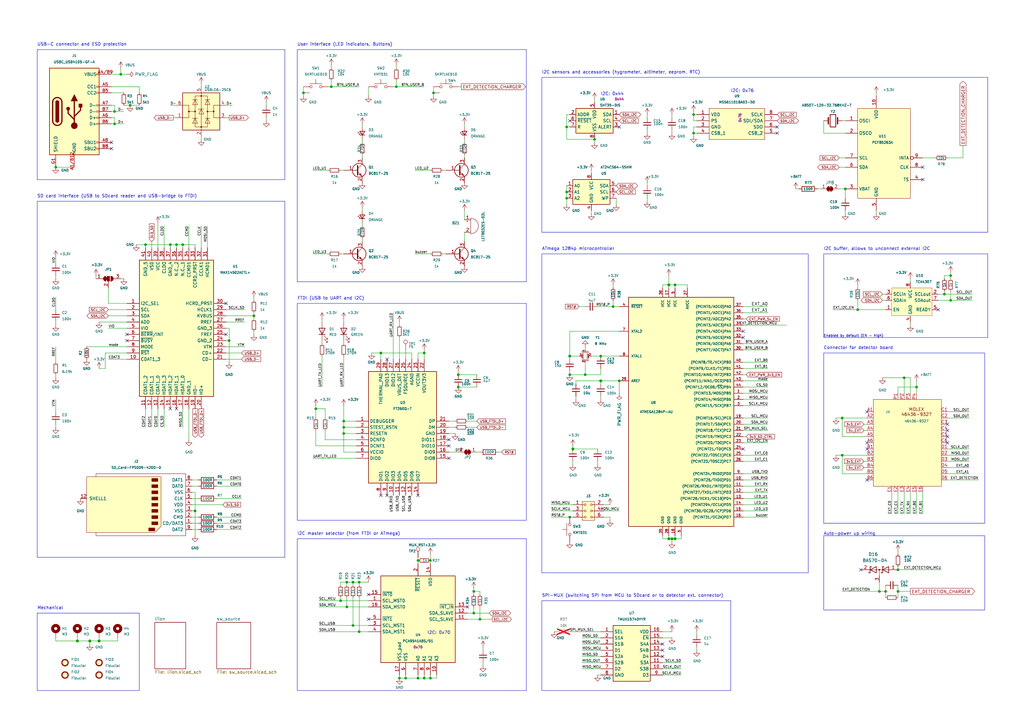
<source format=kicad_sch>
(kicad_sch (version 20230121) (generator eeschema)
  (paper "A3")
  (title_block (title "BATDATUNTI01") (date "11-2023") (rev "01A") (company "MLAB.cz, roman-dvorak") (comment 2 "Universial battery and data storage unit."))
  (junction (at 246.38 146.05))
  (junction (at 375.92 158.75))
  (junction (at 254 156.21))
  (junction (at 251.46 125.73))
  (junction (at 187.96 153.67))
  (junction (at 144.78 256.54))
  (junction (at 147.32 238.76))
  (junction (at 370.84 154.94))
  (junction (at 163.83 278.13))
  (junction (at 176.53 278.13))
  (junction (at 147.32 259.08))
  (junction (at 276.86 116.84))
  (junction (at 93.98 139.7))
  (junction (at 31.75 262.89) (diameter 1.016))
  (junction (at 46.99 45.72))
  (junction (at 140.97 175.26))
  (junction (at 49.53 30.48))
  (junction (at 345.44 186.69))
  (junction (at 59.69 100.33))
  (junction (at 351.79 127))
  (junction (at 346.71 77.47))
  (junction (at 240.03 153.67))
  (junction (at 389.89 113.03))
  (junction (at 246.38 156.21) (diameter 1.016))
  (junction (at 139.7 246.38))
  (junction (at 129.54 167.64))
  (junction (at 173.99 144.78))
  (junction (at 284.48 46.99))
  (junction (at 276.86 220.98) (diameter 1.016))
  (junction (at 243.84 57.15))
  (junction (at 46.99 50.8))
  (junction (at 233.68 146.05) (diameter 1.016))
  (junction (at 144.78 238.76))
  (junction (at 232.41 81.28))
  (junction (at 177.8 38.1))
  (junction (at 389.89 123.19))
  (junction (at 80.01 209.55))
  (junction (at 363.22 242.57))
  (junction (at 142.24 248.92))
  (junction (at 196.85 254))
  (junction (at 22.86 68.58))
  (junction (at 135.89 35.56))
  (junction (at 187.96 158.75))
  (junction (at 274.32 220.98) (diameter 1.016))
  (junction (at 40.64 262.89) (diameter 1.016))
  (junction (at 368.3 242.57))
  (junction (at 156.21 144.78))
  (junction (at 232.41 52.07))
  (junction (at 233.68 153.67))
  (junction (at 232.41 78.74))
  (junction (at 140.97 177.8))
  (junction (at 171.45 278.13))
  (junction (at 142.24 238.76))
  (junction (at 274.32 116.84) (diameter 1.016))
  (junction (at 194.31 242.57))
  (junction (at 162.56 35.56))
  (junction (at 360.68 242.57))
  (junction (at 53.34 43.18))
  (junction (at 72.39 100.33))
  (junction (at 173.99 278.13))
  (junction (at 69.85 100.33))
  (junction (at 104.14 129.54))
  (junction (at 387.35 120.65))
  (junction (at 194.31 251.46))
  (junction (at 345.44 171.45))
  (junction (at 140.97 172.72))
  (junction (at 171.45 229.87))
  (junction (at 176.53 229.87))
  (junction (at 36.83 262.89) (diameter 1.016))
  (junction (at 368.3 233.68))
  (junction (at 275.59 220.98) (diameter 1.016))
  (junction (at 74.93 100.33))
  (junction (at 124.46 38.1))
  (junction (at 234.95 184.15) (diameter 1.016))
  (junction (at 284.48 54.61))
  (junction (at 166.37 278.13))
  (junction (at 233.68 212.09))
  (no_connect (at 355.6 184.15))
  (no_connect (at 184.15 180.34))
  (no_connect (at 388.62 173.99))
  (no_connect (at 184.15 182.88))
  (no_connect (at 353.06 233.68))
  (no_connect (at 388.62 176.53))
  (no_connect (at 92.71 124.46))
  (no_connect (at 388.62 181.61))
  (no_connect (at 158.75 203.2))
  (no_connect (at 156.21 203.2))
  (no_connect (at 92.71 137.16))
  (no_connect (at 69.85 167.64))
  (no_connect (at 184.15 187.96))
  (no_connect (at 378.46 73.66))
  (no_connect (at 151.13 243.84))
  (no_connect (at 355.6 196.85))
  (no_connect (at 304.8 184.15))
  (no_connect (at 72.39 167.64))
  (no_connect (at 318.77 52.07))
  (no_connect (at 304.8 135.89))
  (no_connect (at 52.07 139.7))
  (no_connect (at 171.45 203.2))
  (no_connect (at 378.46 68.58))
  (no_connect (at 151.13 254))
  (no_connect (at 388.62 179.07))
  (no_connect (at 384.81 127))
  (no_connect (at 158.75 147.32))
  (no_connect (at 45.72 58.42))
  (no_connect (at 271.78 266.7))
  (no_connect (at 304.8 138.43))
  (no_connect (at 254 52.07))
  (no_connect (at 45.72 60.96))
  (no_connect (at 318.77 54.61))
  (no_connect (at 233.68 49.53))
  (no_connect (at 355.6 181.61))
  (no_connect (at 52.07 137.16))
  (no_connect (at 271.78 269.24))
  (no_connect (at 355.6 168.91))
  (no_connect (at 191.77 248.92))
  (no_connect (at 271.78 264.16))
  (wire (pts (xy 247.65 207.01) (xy 250.19 207.01)))
  (wire (pts (xy 78.74 199.39) (xy 81.28 199.39)))
  (wire (pts (xy 190.5 86.36) (xy 190.5 90.17)))
  (wire (pts (xy 133.35 176.53) (xy 133.35 180.34)))
  (wire (pts (xy 148.59 50.8) (xy 148.59 52.07)))
  (wire (pts (xy 236.22 156.21) (xy 246.38 156.21)))
  (wire (pts (xy 304.8 209.55) (xy 314.96 209.55)))
  (wire (pts (xy 279.4 274.32) (xy 271.78 274.32)))
  (wire (pts (xy 128.27 187.96) (xy 146.05 187.96)))
  (wire (pts (xy 53.34 43.18) (xy 57.15 43.18)))
  (wire (pts (xy 81.28 204.47) (xy 78.74 204.47)))
  (wire (pts (xy 62.23 175.26) (xy 62.23 167.64)))
  (wire (pts (xy 171.45 228.6) (xy 171.45 229.87)))
  (wire (pts (xy 284.48 46.99) (xy 285.75 46.99)))
  (wire (pts (xy 170.18 104.14) (xy 176.53 104.14)))
  (wire (pts (xy 99.06 199.39) (xy 88.9 199.39)))
  (wire (pts (xy 22.86 121.92) (xy 22.86 127)))
  (wire (pts (xy 190.5 57.15) (xy 190.5 58.42)))
  (wire (pts (xy 271.78 116.84) (xy 274.32 116.84)))
  (wire (pts (xy 139.7 245.11) (xy 139.7 246.38)))
  (wire (pts (xy 234.95 190.5) (xy 234.95 189.23)))
  (wire (pts (xy 104.14 130.81) (xy 104.14 129.54)))
  (wire (pts (xy 285.75 259.08) (xy 285.75 260.35)))
  (wire (pts (xy 46.99 48.26) (xy 46.99 50.8)))
  (wire (pts (xy 22.86 262.89) (xy 31.75 262.89)))
  (wire (pts (xy 306.07 153.67) (xy 304.8 153.67)))
  (wire (pts (xy 129.54 182.88) (xy 146.05 182.88)))
  (wire (pts (xy 344.17 68.58) (xy 346.71 68.58)))
  (wire (pts (xy 361.95 123.19) (xy 363.22 123.19)))
  (wire (pts (xy 251.46 125.73) (xy 254 125.73)))
  (wire (pts (xy 397.51 194.31) (xy 388.62 194.31)))
  (wire (pts (xy 195.58 172.72) (xy 191.77 172.72)))
  (wire (pts (xy 232.41 78.74) (xy 232.41 76.2)))
  (wire (pts (xy 232.41 52.07) (xy 232.41 57.15)))
  (wire (pts (xy 144.78 238.76) (xy 144.78 240.03)))
  (wire (pts (xy 139.7 238.76) (xy 142.24 238.76)))
  (wire (pts (xy 284.48 55.88) (xy 284.48 54.61)))
  (wire (pts (xy 142.24 238.76) (xy 144.78 238.76)))
  (wire (pts (xy 271.78 261.62) (xy 275.59 261.62)))
  (wire (pts (xy 104.14 123.19) (xy 104.14 121.92)))
  (wire (pts (xy 62.23 99.06) (xy 62.23 101.6)))
  (wire (pts (xy 187.96 153.67) (xy 195.58 153.67)))
  (wire (pts (xy 181.61 69.85) (xy 182.88 69.85)))
  (wire (pts (xy 22.86 68.58) (xy 30.48 68.58)))
  (wire (pts (xy 271.78 219.71) (xy 271.78 220.98)))
  (wire (pts (xy 304.8 204.47) (xy 314.96 204.47)))
  (wire (pts (xy 368.3 242.57) (xy 368.3 245.11)))
  (wire (pts (xy 233.68 259.08) (xy 246.38 259.08)))
  (wire (pts (xy 163.83 278.13) (xy 166.37 278.13)))
  (wire (pts (xy 44.45 147.32) (xy 52.07 147.32)))
  (wire (pts (xy 387.35 120.65) (xy 398.78 120.65)))
  (wire (pts (xy 124.46 39.37) (xy 124.46 38.1)))
  (wire (pts (xy 44.45 124.46) (xy 52.07 124.46)))
  (wire (pts (xy 74.93 100.33) (xy 74.93 101.6)))
  (wire (pts (xy 142.24 248.92) (xy 151.13 248.92)))
  (wire (pts (xy 345.44 49.53) (xy 346.71 49.53)))
  (wire (pts (xy 243.84 40.64) (xy 243.84 41.91)))
  (wire (pts (xy 173.99 278.13) (xy 176.53 278.13)))
  (wire (pts (xy 234.95 184.15) (xy 245.11 184.15)))
  (wire (pts (xy 170.18 69.85) (xy 176.53 69.85)))
  (wire (pts (xy 306.07 179.07) (xy 304.8 179.07)))
  (wire (pts (xy 171.45 278.13) (xy 171.45 276.86)))
  (wire (pts (xy 162.56 26.67) (xy 162.56 27.94)))
  (wire (pts (xy 46.99 45.72) (xy 50.8 45.72)))
  (wire (pts (xy 132.08 132.08) (xy 132.08 130.81)))
  (wire (pts (xy 99.06 212.09) (xy 88.9 212.09)))
  (wire (pts (xy 232.41 57.15) (xy 243.84 57.15)))
  (wire (pts (xy 198.12 266.7) (xy 198.12 265.43)))
  (wire (pts (xy 194.31 242.57) (xy 194.31 243.84)))
  (wire (pts (xy 147.32 245.11) (xy 147.32 259.08)))
  (wire (pts (xy 345.44 242.57) (xy 360.68 242.57)))
  (wire (pts (xy 22.86 105.41) (xy 22.86 107.95)))
  (wire (pts (xy 74.93 100.33) (xy 80.01 100.33)))
  (wire (pts (xy 176.53 229.87) (xy 176.53 231.14)))
  (wire (pts (xy 22.86 163.83) (xy 22.86 168.91)))
  (wire (pts (xy 69.85 100.33) (xy 69.85 101.6)))
  (wire (pts (xy 100.33 142.24) (xy 92.71 142.24)))
  (wire (pts (xy 271.78 118.11) (xy 271.78 116.84)))
  (wire (pts (xy 82.55 92.71) (xy 82.55 101.6)))
  (wire (pts (xy 22.86 154.94) (xy 22.86 153.67)))
  (wire (pts (xy 71.12 48.26) (xy 72.39 48.26)))
  (wire (pts (xy 140.97 172.72) (xy 146.05 172.72)))
  (wire (pts (xy 144.78 238.76) (xy 147.32 238.76)))
  (wire (pts (xy 22.86 113.03) (xy 22.86 114.3)))
  (wire (pts (xy 173.99 144.78) (xy 173.99 147.32)))
  (wire (pts (xy 345.44 186.69) (xy 345.44 194.31)))
  (wire (pts (xy 59.69 175.26) (xy 59.69 167.64)))
  (wire (pts (xy 176.53 278.13) (xy 176.53 276.86)))
  (wire (pts (xy 44.45 129.54) (xy 52.07 129.54)))
  (wire (pts (xy 240.03 153.67) (xy 246.38 153.67)))
  (wire (pts (xy 360.68 242.57) (xy 363.22 242.57)))
  (wire (pts (xy 373.38 133.35) (xy 373.38 132.08)))
  (wire (pts (xy 368.3 242.57) (xy 373.38 242.57)))
  (wire (pts (xy 271.78 220.98) (xy 274.32 220.98)))
  (wire (pts (xy 46.99 50.8) (xy 45.72 50.8)))
  (wire (pts (xy 135.89 35.56) (xy 147.32 35.56)))
  (wire (pts (xy 176.53 278.13) (xy 179.07 278.13)))
  (wire (pts (xy 375.92 210.82) (xy 375.92 201.93)))
  (wire (pts (xy 43.18 151.13) (xy 40.64 151.13)))
  (wire (pts (xy 77.47 92.71) (xy 77.47 101.6)))
  (wire (pts (xy 242.57 146.05) (xy 246.38 146.05)))
  (wire (pts (xy 99.06 147.32) (xy 92.71 147.32)))
  (wire (pts (xy 274.32 118.11) (xy 274.32 116.84)))
  (wire (pts (xy 139.7 69.85) (xy 140.97 69.85)))
  (wire (pts (xy 284.48 52.07) (xy 284.48 54.61)))
  (wire (pts (xy 49.53 30.48) (xy 45.72 30.48)))
  (wire (pts (xy 43.18 151.13) (xy 43.18 144.78)))
  (wire (pts (xy 40.64 261.62) (xy 40.64 262.89)))
  (wire (pts (xy 190.5 95.25) (xy 190.5 99.06)))
  (wire (pts (xy 92.71 129.54) (xy 104.14 129.54)))
  (wire (pts (xy 345.44 194.31) (xy 355.6 194.31)))
  (wire (pts (xy 337.82 54.61) (xy 346.71 54.61)))
  (wire (pts (xy 140.97 140.97) (xy 140.97 139.7)))
  (wire (pts (xy 93.98 134.62) (xy 93.98 139.7)))
  (wire (pts (xy 373.38 114.3) (xy 373.38 115.57)))
  (wire (pts (xy 375.92 156.21) (xy 375.92 158.75)))
  (wire (pts (xy 378.46 64.77) (xy 383.54 64.77)))
  (wire (pts (xy 187.96 35.56) (xy 189.23 35.56)))
  (wire (pts (xy 245.11 190.5) (xy 245.11 189.23)))
  (wire (pts (xy 194.31 242.57) (xy 196.85 242.57)))
  (wire (pts (xy 45.72 38.1) (xy 50.8 38.1)))
  (wire (pts (xy 72.39 100.33) (xy 74.93 100.33)))
  (wire (pts (xy 147.32 259.08) (xy 151.13 259.08)))
  (wire (pts (xy 275.59 46.99) (xy 275.59 48.26)))
  (wire (pts (xy 279.4 276.86) (xy 271.78 276.86)))
  (wire (pts (xy 304.8 189.23) (xy 314.96 189.23)))
  (wire (pts (xy 326.39 77.47) (xy 327.66 77.47)))
  (wire (pts (xy 72.39 100.33) (xy 72.39 101.6)))
  (wire (pts (xy 163.83 138.43) (xy 163.83 147.32)))
  (wire (pts (xy 82.55 57.15) (xy 82.55 55.88)))
  (wire (pts (xy 304.8 133.35) (xy 322.58 133.35)))
  (wire (pts (xy 387.35 113.03) (xy 389.89 113.03)))
  (wire (pts (xy 359.41 87.63) (xy 359.41 86.36)))
  (wire (pts (xy 284.48 45.72) (xy 284.48 46.99)))
  (wire (pts (xy 246.38 156.21) (xy 254 156.21)))
  (wire (pts (xy 304.8 201.93) (xy 314.96 201.93)))
  (wire (pts (xy 82.55 34.29) (xy 82.55 35.56)))
  (wire (pts (xy 31.75 261.62) (xy 31.75 262.89)))
  (wire (pts (xy 161.29 128.27) (xy 161.29 147.32)))
  (wire (pts (xy 354.33 173.99) (xy 355.6 173.99)))
  (wire (pts (xy 314.96 176.53) (xy 304.8 176.53)))
  (wire (pts (xy 252.73 81.28) (xy 252.73 83.82)))
  (wire (pts (xy 361.95 154.94) (xy 370.84 154.94)))
  (wire (pts (xy 335.28 77.47) (xy 336.55 77.47)))
  (wire (pts (xy 226.06 209.55) (xy 234.95 209.55)))
  (wire (pts (xy 104.14 137.16) (xy 104.14 135.89)))
  (wire (pts (xy 44.45 127) (xy 52.07 127)))
  (wire (pts (xy 234.95 184.15) (xy 234.95 182.88)))
  (wire (pts (xy 156.21 144.78) (xy 156.21 147.32)))
  (wire (pts (xy 46.99 43.18) (xy 46.99 45.72)))
  (wire (pts (xy 274.32 116.84) (xy 276.86 116.84)))
  (wire (pts (xy 388.62 64.77) (xy 394.97 64.77)))
  (wire (pts (xy 237.49 125.73) (xy 240.03 125.73)))
  (wire (pts (xy 368.3 226.06) (xy 368.3 227.33)))
  (wire (pts (xy 342.9 186.69) (xy 345.44 186.69)))
  (wire (pts (xy 78.74 201.93) (xy 80.01 201.93)))
  (wire (pts (xy 184.15 185.42) (xy 187.96 185.42)))
  (wire (pts (xy 251.46 123.19) (xy 251.46 125.73)))
  (wire (pts (xy 59.69 100.33) (xy 59.69 101.6)))
  (wire (pts (xy 304.8 161.29) (xy 314.96 161.29)))
  (wire (pts (xy 166.37 278.13) (xy 166.37 276.86)))
  (wire (pts (xy 78.74 209.55) (xy 80.01 209.55)))
  (wire (pts (xy 279.4 271.78) (xy 271.78 271.78)))
  (wire (pts (xy 171.45 144.78) (xy 173.99 144.78)))
  (wire (pts (xy 184.15 177.8) (xy 186.69 177.8)))
  (wire (pts (xy 194.31 251.46) (xy 191.77 251.46)))
  (wire (pts (xy 57.15 38.1) (xy 57.15 35.56)))
  (wire (pts (xy 46.99 48.26) (xy 45.72 48.26)))
  (wire (pts (xy 173.99 143.51) (xy 173.99 144.78)))
  (wire (pts (xy 345.44 171.45) (xy 345.44 179.07)))
  (wire (pts (xy 351.79 123.19) (xy 351.79 127)))
  (wire (pts (xy 190.5 50.8) (xy 190.5 52.07)))
  (wire (pts (xy 139.7 238.76) (xy 139.7 240.03)))
  (wire (pts (xy 49.53 27.94) (xy 49.53 30.48)))
  (wire (pts (xy 276.86 116.84) (xy 276.86 118.11)))
  (wire (pts (xy 173.99 35.56) (xy 162.56 35.56)))
  (wire (pts (xy 368.3 210.82) (xy 368.3 201.93)))
  (wire (pts (xy 163.83 278.13) (xy 163.83 276.86)))
  (wire (pts (xy 129.54 176.53) (xy 129.54 182.88)))
  (wire (pts (xy 384.81 120.65) (xy 387.35 120.65)))
  (wire (pts (xy 69.85 100.33) (xy 72.39 100.33)))
  (wire (pts (xy 265.43 46.99) (xy 265.43 48.26)))
  (wire (pts (xy 368.3 233.68) (xy 386.08 233.68)))
  (wire (pts (xy 375.92 158.75) (xy 375.92 161.29)))
  (wire (pts (xy 246.38 146.05) (xy 254 146.05)))
  (wire (pts (xy 151.13 238.76) (xy 147.32 238.76)))
  (wire (pts (xy 100.33 127) (xy 92.71 127)))
  (wire (pts (xy 246.38 163.83) (xy 246.38 162.56)))
  (wire (pts (xy 196.85 185.42) (xy 195.58 185.42)))
  (wire (pts (xy 93.98 139.7) (xy 93.98 148.59)))
  (wire (pts (xy 200.66 251.46) (xy 194.31 251.46)))
  (wire (pts (xy 276.86 116.84) (xy 281.94 116.84)))
  (wire (pts (xy 304.8 194.31) (xy 314.96 194.31)))
  (wire (pts (xy 351.79 116.84) (xy 351.79 118.11)))
  (wire (pts (xy 370.84 210.82) (xy 370.84 201.93)))
  (wire (pts (xy 92.71 43.18) (xy 95.25 43.18)))
  (wire (pts (xy 240.03 142.24) (xy 240.03 143.51)))
  (wire (pts (xy 78.74 217.17) (xy 81.28 217.17)))
  (wire (pts (xy 361.95 120.65) (xy 363.22 120.65)))
  (wire (pts (xy 140.97 175.26) (xy 140.97 177.8)))
  (wire (pts (xy 236.22 156.21) (xy 236.22 157.48)))
  (wire (pts (xy 109.22 41.91) (xy 109.22 43.18)))
  (wire (pts (xy 92.71 134.62) (xy 93.98 134.62)))
  (wire (pts (xy 85.09 92.71) (xy 85.09 101.6)))
  (wire (pts (xy 147.32 238.76) (xy 147.32 240.03)))
  (wire (pts (xy 152.4 144.78) (xy 156.21 144.78)))
  (wire (pts (xy 48.26 262.89) (xy 48.26 261.62)))
  (wire (pts (xy 254 156.21) (xy 254 161.29)))
  (wire (pts (xy 238.76 274.32) (xy 246.38 274.32)))
  (wire (pts (xy 345.44 171.45) (xy 355.6 171.45)))
  (wire (pts (xy 130.81 256.54) (xy 144.78 256.54)))
  (wire (pts (xy 109.22 49.53) (xy 109.22 48.26)))
  (wire (pts (xy 130.81 259.08) (xy 147.32 259.08)))
  (wire (pts (xy 238.76 269.24) (xy 246.38 269.24)))
  (wire (pts (xy 243.84 58.42) (xy 243.84 57.15)))
  (wire (pts (xy 233.68 146.05) (xy 237.49 146.05)))
  (wire (pts (xy 179.07 278.13) (xy 179.07 276.86)))
  (wire (pts (xy 22.86 142.24) (xy 22.86 148.59)))
  (wire (pts (xy 304.8 199.39) (xy 314.96 199.39)))
  (wire (pts (xy 135.89 26.67) (xy 135.89 27.94)))
  (wire (pts (xy 359.41 38.1) (xy 359.41 39.37)))
  (wire (pts (xy 140.97 172.72) (xy 140.97 175.26)))
  (wire (pts (xy 181.61 104.14) (xy 182.88 104.14)))
  (wire (pts (xy 74.93 175.26) (xy 74.93 167.64)))
  (wire (pts (xy 314.96 151.13) (xy 304.8 151.13)))
  (wire (pts (xy 238.76 266.7) (xy 246.38 266.7)))
  (wire (pts (xy 67.31 175.26) (xy 67.31 167.64)))
  (wire (pts (xy 176.53 227.33) (xy 176.53 229.87)))
  (wire (pts (xy 304.8 186.69) (xy 314.96 186.69)))
  (wire (pts (xy 177.8 39.37) (xy 177.8 38.1)))
  (wire (pts (xy 140.97 166.37) (xy 140.97 172.72)))
  (wire (pts (xy 201.93 254) (xy 196.85 254)))
  (wire (pts (xy 304.8 173.99) (xy 314.96 173.99)))
  (wire (pts (xy 368.3 232.41) (xy 368.3 233.68)))
  (wire (pts (xy 232.41 81.28) (xy 232.41 83.82)))
  (wire (pts (xy 394.97 64.77) (xy 394.97 59.69)))
  (wire (pts (xy 148.59 63.5) (xy 148.59 64.77)))
  (wire (pts (xy 140.97 177.8) (xy 140.97 185.42)))
  (wire (pts (xy 80.01 201.93) (xy 80.01 209.55)))
  (wire (pts (xy 148.59 86.36) (xy 148.59 85.09)))
  (wire (pts (xy 274.32 219.71) (xy 274.32 220.98)))
  (wire (pts (xy 130.81 248.92) (xy 142.24 248.92)))
  (wire (pts (xy 265.43 54.61) (xy 265.43 53.34)))
  (wire (pts (xy 190.5 63.5) (xy 190.5 64.77)))
  (wire (pts (xy 80.01 100.33) (xy 80.01 101.6)))
  (wire (pts (xy 236.22 163.83) (xy 236.22 162.56)))
  (wire (pts (xy 64.77 91.44) (xy 64.77 101.6)))
  (wire (pts (xy 275.59 259.08) (xy 271.78 259.08)))
  (wire (pts (xy 129.54 167.64) (xy 133.35 167.64)))
  (wire (pts (xy 354.33 189.23) (xy 355.6 189.23)))
  (wire (pts (xy 373.38 154.94) (xy 373.38 161.29)))
  (wire (pts (xy 227.33 259.08) (xy 228.6 259.08)))
  (wire (pts (xy 388.62 171.45) (xy 397.51 171.45)))
  (wire (pts (xy 232.41 46.99) (xy 232.41 52.07)))
  (wire (pts (xy 242.57 69.85) (xy 242.57 71.12)))
  (wire (pts (xy 186.69 175.26) (xy 184.15 175.26)))
  (wire (pts (xy 40.64 132.08) (xy 52.07 132.08)))
  (wire (pts (xy 397.51 186.69) (xy 388.62 186.69)))
  (wire (pts (xy 55.88 100.33) (xy 59.69 100.33)))
  (wire (pts (xy 44.45 118.11) (xy 44.45 124.46)))
  (wire (pts (xy 171.45 278.13) (xy 173.99 278.13)))
  (wire (pts (xy 345.44 186.69) (xy 355.6 186.69)))
  (wire (pts (xy 92.71 139.7) (xy 93.98 139.7)))
  (wire (pts (xy 148.59 92.71) (xy 148.59 91.44)))
  (wire (pts (xy 341.63 127) (xy 351.79 127)))
  (wire (pts (xy 233.68 153.67) (xy 233.68 152.4)))
  (wire (pts (xy 187.96 158.75) (xy 195.58 158.75)))
  (wire (pts (xy 276.86 219.71) (xy 276.86 220.98)))
  (wire (pts (xy 233.68 147.32) (xy 233.68 146.05)))
  (wire (pts (xy 130.81 246.38) (xy 139.7 246.38)))
  (wire (pts (xy 265.43 74.93) (xy 265.43 76.2)))
  (wire (pts (xy 140.97 185.42) (xy 146.05 185.42)))
  (wire (pts (xy 363.22 240.03) (xy 363.22 242.57)))
  (wire (pts (xy 240.03 148.59) (xy 240.03 153.67)))
  (wire (pts (xy 344.17 77.47) (xy 346.71 77.47)))
  (wire (pts (xy 304.8 163.83) (xy 314.96 163.83)))
  (wire (pts (xy 36.83 262.89) (xy 36.83 264.16)))
  (wire (pts (xy 389.89 119.38) (xy 389.89 123.19)))
  (wire (pts (xy 194.31 248.92) (xy 194.31 251.46)))
  (wire (pts (xy 166.37 143.51) (xy 166.37 147.32)))
  (wire (pts (xy 46.99 43.18) (xy 45.72 43.18)))
  (wire (pts (xy 314.96 148.59) (xy 304.8 148.59)))
  (wire (pts (xy 314.96 143.51) (xy 304.8 143.51)))
  (wire (pts (xy 354.33 191.77) (xy 355.6 191.77)))
  (wire (pts (xy 306.07 130.81) (xy 304.8 130.81)))
  (wire (pts (xy 284.48 49.53) (xy 285.75 49.53)))
  (wire (pts (xy 31.75 262.89) (xy 36.83 262.89)))
  (wire (pts (xy 233.68 153.67) (xy 240.03 153.67)))
  (wire (pts (xy 397.51 184.15) (xy 388.62 184.15)))
  (wire (pts (xy 368.3 158.75) (xy 375.92 158.75)))
  (wire (pts (xy 389.89 113.03) (xy 389.89 114.3)))
  (wire (pts (xy 274.32 220.98) (xy 275.59 220.98)))
  (wire (pts (xy 43.18 144.78) (xy 52.07 144.78)))
  (wire (pts (xy 360.68 238.76) (xy 360.68 242.57)))
  (wire (pts (xy 354.33 176.53) (xy 355.6 176.53)))
  (wire (pts (xy 279.4 220.98) (xy 279.4 219.71)))
  (wire (pts (xy 44.45 134.62) (xy 52.07 134.62)))
  (wire (pts (xy 351.79 127) (xy 363.22 127)))
  (wire (pts (xy 304.8 196.85) (xy 314.96 196.85)))
  (wire (pts (xy 304.8 156.21) (xy 314.96 156.21)))
  (wire (pts (xy 163.83 132.08) (xy 163.83 133.35)))
  (wire (pts (xy 99.06 214.63) (xy 88.9 214.63)))
  (wire (pts (xy 64.77 167.64) (xy 64.77 175.26)))
  (wire (pts (xy 246.38 151.13) (xy 246.38 153.67)))
  (wire (pts (xy 251.46 116.84) (xy 251.46 118.11)))
  (wire (pts (xy 370.84 154.94) (xy 373.38 154.94)))
  (wire (pts (xy 36.83 262.89) (xy 40.64 262.89)))
  (wire (pts (xy 247.65 209.55) (xy 254 209.55)))
  (wire (pts (xy 162.56 35.56) (xy 161.29 35.56)))
  (wire (pts (xy 388.62 168.91) (xy 397.51 168.91)))
  (wire (pts (xy 67.31 92.71) (xy 67.31 101.6)))
  (wire (pts (xy 232.41 52.07) (xy 233.68 52.07)))
  (wire (pts (xy 140.97 146.05) (xy 140.97 158.75)))
  (wire (pts (xy 128.27 104.14) (xy 134.62 104.14)))
  (wire (pts (xy 389.89 123.19) (xy 398.78 123.19)))
  (wire (pts (xy 368.3 158.75) (xy 368.3 161.29)))
  (wire (pts (xy 140.97 132.08) (xy 140.97 130.81)))
  (wire (pts (xy 233.68 135.89) (xy 254 135.89)))
  (wire (pts (xy 363.22 242.57) (xy 363.22 245.11)))
  (wire (pts (xy 233.68 212.09) (xy 234.95 212.09)))
  (wire (pts (xy 81.28 196.85) (xy 78.74 196.85)))
  (wire (pts (xy 139.7 104.14) (xy 140.97 104.14)))
  (wire (pts (xy 304.8 166.37) (xy 314.96 166.37)))
  (wire (pts (xy 284.48 54.61) (xy 285.75 54.61)))
  (wire (pts (xy 99.06 217.17) (xy 88.9 217.17)))
  (wire (pts (xy 275.59 220.98) (xy 276.86 220.98)))
  (wire (pts (xy 77.47 167.64) (xy 77.47 180.34)))
  (wire (pts (xy 69.85 43.18) (xy 72.39 43.18)))
  (wire (pts (xy 81.28 212.09) (xy 78.74 212.09)))
  (wire (pts (xy 144.78 245.11) (xy 144.78 256.54)))
  (wire (pts (xy 284.48 49.53) (xy 284.48 46.99)))
  (wire (pts (xy 304.8 171.45) (xy 314.96 171.45)))
  (wire (pts (xy 342.9 171.45) (xy 345.44 171.45)))
  (wire (pts (xy 378.46 210.82) (xy 378.46 201.93)))
  (wire (pts (xy 250.19 212.09) (xy 250.19 213.36)))
  (wire (pts (xy 387.35 119.38) (xy 387.35 120.65)))
  (wire (pts (xy 39.37 113.03) (xy 39.37 114.3)))
  (wire (pts (xy 49.53 30.48) (xy 52.07 30.48)))
  (wire (pts (xy 196.85 254) (xy 191.77 254)))
  (wire (pts (xy 198.12 273.05) (xy 198.12 271.78)))
  (wire (pts (xy 50.8 43.18) (xy 53.34 43.18)))
  (wire (pts (xy 389.89 113.03) (xy 389.89 111.76)))
  (wire (pts (xy 78.74 214.63) (xy 81.28 214.63)))
  (wire (pts (xy 140.97 177.8) (xy 146.05 177.8)))
  (wire (pts (xy 128.27 69.85) (xy 134.62 69.85)))
  (wire (pts (xy 46.99 50.8) (xy 50.8 50.8)))
  (wire (pts (xy 171.45 229.87) (xy 171.45 231.14)))
  (wire (pts (xy 196.85 248.92) (xy 196.85 254)))
  (wire (pts (xy 173.99 278.13) (xy 173.99 276.86)))
  (wire (pts (xy 304.8 158.75) (xy 314.96 158.75)))
  (wire (pts (xy 238.76 261.62) (xy 246.38 261.62)))
  (wire (pts (xy 22.86 133.35) (xy 22.86 132.08)))
  (wire (pts (xy 284.48 52.07) (xy 285.75 52.07)))
  (wire (pts (xy 238.76 271.78) (xy 246.38 271.78)))
  (wire (pts (xy 368.3 240.03) (xy 368.3 242.57)))
  (wire (pts (xy 304.8 212.09) (xy 314.96 212.09)))
  (wire (pts (xy 365.76 210.82) (xy 365.76 201.93)))
  (wire (pts (xy 242.57 87.63) (xy 242.57 86.36)))
  (wire (pts (xy 275.59 54.61) (xy 275.59 53.34)))
  (wire (pts (xy 80.01 209.55) (xy 80.01 219.71)))
  (wire (pts (xy 133.35 171.45) (xy 133.35 167.64)))
  (wire (pts (xy 144.78 256.54) (xy 151.13 256.54)))
  (wire (pts (xy 104.14 128.27) (xy 104.14 129.54)))
  (wire (pts (xy 346.71 87.63) (xy 346.71 86.36)))
  (wire (pts (xy 132.08 158.75) (xy 132.08 146.05)))
  (wire (pts (xy 129.54 167.64) (xy 129.54 171.45)))
  (wire (pts (xy 304.8 128.27) (xy 314.96 128.27)))
  (wire (pts (xy 384.81 123.19) (xy 389.89 123.19)))
  (wire (pts (xy 304.8 181.61) (xy 314.96 181.61)))
  (wire (pts (xy 196.85 242.57) (xy 196.85 243.84)))
  (wire (pts (xy 194.31 242.57) (xy 194.31 241.3)))
  (wire (pts (xy 168.91 144.78) (xy 168.91 147.32)))
  (wire (pts (xy 45.72 35.56) (xy 57.15 35.56)))
  (wire (pts (xy 387.35 113.03) (xy 387.35 114.3)))
  (wire (pts (xy 148.59 99.06) (xy 148.59 97.79)))
  (wire (pts (xy 22.86 261.62) (xy 22.86 262.89)))
  (wire (pts (xy 99.06 196.85) (xy 88.9 196.85)))
  (wire (pts (xy 233.68 135.89) (xy 233.68 146.05)))
  (wire (pts (xy 232.41 46.99) (xy 233.68 46.99)))
  (wire (pts (xy 59.69 100.33) (xy 69.85 100.33)))
  (wire (pts (xy 281.94 116.84) (xy 281.94 118.11)))
  (wire (pts (xy 139.7 246.38) (xy 151.13 246.38)))
  (wire (pts (xy 140.97 175.26) (xy 146.05 175.26)))
  (wire (pts (xy 245.11 276.86) (xy 246.38 276.86)))
  (wire (pts (xy 133.35 180.34) (xy 146.05 180.34)))
  (wire (pts (xy 156.21 144.78) (xy 168.91 144.78)))
  (wire (pts (xy 370.84 154.94) (xy 370.84 161.29)))
  (wire (pts (xy 373.38 210.82) (xy 373.38 201.93)))
  (wire (pts (xy 314.96 140.97) (xy 304.8 140.97)))
  (wire (pts (xy 46.99 45.72) (xy 45.72 45.72)))
  (wire (pts (xy 100.33 132.08) (xy 92.71 132.08)))
  (wire (pts (xy 232.41 78.74) (xy 232.41 81.28)))
  (wire (pts (xy 35.56 142.24) (xy 52.07 142.24)))
  (wire (pts (xy 132.08 140.97) (xy 132.08 139.7)))
  (wire (pts (xy 99.06 204.47) (xy 88.9 204.47)))
  (wire (pts (xy 171.45 144.78) (xy 171.45 147.32)))
  (wire (pts (xy 397.51 191.77) (xy 388.62 191.77)))
  (wire (pts (xy 142.24 245.11) (xy 142.24 248.92)))
  (wire (pts (xy 205.74 185.42) (xy 204.47 185.42)))
  (wire (pts (xy 247.65 212.09) (xy 250.19 212.09)))
  (wire (pts (xy 246.38 157.48) (xy 246.38 156.21)))
  (wire (pts (xy 345.44 179.07) (xy 355.6 179.07)))
  (wire (pts (xy 226.06 207.01) (xy 234.95 207.01)))
  (wire (pts (xy 135.89 35.56) (xy 134.62 35.56)))
  (wire (pts (xy 142.24 238.76) (xy 142.24 240.03)))
  (wire (pts (xy 129.54 166.37) (xy 129.54 167.64)))
  (wire (pts (xy 285.75 266.7) (xy 285.75 265.43)))
  (wire (pts (xy 195.58 175.26) (xy 191.77 175.26)))
  (wire (pts (xy 186.69 172.72) (xy 184.15 172.72)))
  (wire (pts (xy 99.06 144.78) (xy 92.71 144.78)))
  (wire (pts (xy 397.51 189.23) (xy 388.62 189.23)))
  (wire (pts (xy 274.32 116.84) (xy 274.32 113.03)))
  (wire (pts (xy 166.37 278.13) (xy 171.45 278.13)))
  (wire (pts (xy 22.86 175.26) (xy 22.86 173.99)))
  (wire (pts (xy 238.76 264.16) (xy 246.38 264.16)))
  (wire (pts (xy 346.71 81.28) (xy 346.71 77.47)))
  (wire (pts (xy 187.96 153.67) (xy 187.96 152.4)))
  (wire (pts (xy 265.43 82.55) (xy 265.43 81.28)))
  (wire (pts (xy 245.11 125.73) (xy 251.46 125.73)))
  (wire (pts (xy 337.82 49.53) (xy 337.82 54.61)))
  (wire (pts (xy 304.8 207.01) (xy 314.96 207.01)))
  (wire (pts (xy 304.8 125.73) (xy 314.96 125.73)))
  (wire (pts (xy 346.71 64.77) (xy 344.17 64.77)))
  (wire (pts (xy 50.8 114.3) (xy 49.53 114.3)))
  (wire (pts (xy 124.46 38.1) (xy 124.46 35.56)))
  (wire (pts (xy 226.06 212.09) (xy 233.68 212.09)))
  (wire (pts (xy 148.59 57.15) (xy 148.59 58.42)))
  (wire (pts (xy 401.32 196.85) (xy 388.62 196.85)))
  (wire (pts (xy 93.98 48.26) (xy 92.71 48.26)))
  (wire (pts (xy 135.89 33.02) (xy 135.89 35.56)))
  (wire (pts (xy 276.86 220.98) (xy 279.4 220.98)))
  (wire (pts (xy 162.56 33.02) (xy 162.56 35.56)))
  (wire (pts (xy 78.74 207.01) (xy 91.44 207.01)))
  (wire (pts (xy 40.64 262.89) (xy 48.26 262.89)))
  (wire (pts (xy 151.13 39.37) (xy 151.13 35.56)))
  (wire (pts (xy 275.59 222.25) (xy 275.59 220.98)))
  (wire (pts (xy 177.8 35.56) (xy 177.8 38.1)))
  (rectangle (start 15.24 20.32) (end 116.84 73.66))
  (rectangle (start 337.82 144.78) (end 403.86 214.63))
  (rectangle (start 15.24 251.46) (end 57.15 283.21))
  (rectangle (start 337.82 219.71) (end 403.86 250.19))
  (rectangle (start 222.25 104.14) (end 331.47 234.95))
  (rectangle (start 222.25 31.75) (end 405.13 95.25))
  (rectangle (start 15.24 82.55) (end 116.84 228.6))
  (rectangle (start 222.25 246.38) (end 299.72 283.21))
  (rectangle (start 121.92 124.46) (end 215.9 213.36))
  (rectangle (start 121.92 20.32) (end 215.9 115.57))
  (rectangle (start 337.82 104.14) (end 405.13 138.43))
  (rectangle (start 121.92 220.98) (end 215.9 283.21))
  (text_box "I2C adresy\n=======\n\n0x44: HYGROMETER\n0x76: ALTIMET\n0x70: I2C switch\n0x6B: Charger\n: EEPROM \n: RTC" (at 199.39 -27.94 0) (size 21.59 20.32) (effects (font (size 1.27 1.27)) (justify left top)))
  (text_box "Je zde I2C master switch. Tím by mělo jít zajistit, aby komponenty byly \"programovatelné\" přímo přes USB pomocí FT260Q, který funguje jako USB-UART a zároveň USB-I2C bridge. Díky tomu by to mělo usnadnit konfiguraci. " (at 223.52 -27.94 0) (size 77.47 20.32) (effects (font (size 1.27 1.27)) (justify left top)))
  (text "SPI-MUX (switching SPI from MCU to SDcard or to detector ext. connector)" (at 222.25 245.11 0) (effects (font (size 1.27 1.27)) (justify left bottom)))
  (text "FTDI (USB to UART and I2C)" (at 121.92 123.19 0) (effects (font (size 1.27 1.27)) (justify left bottom)))
  (text "I2C: 0x44" (at 246.38 39.37 0) (effects (font (size 1.27 1.27)) (justify left bottom)))
  (text "Mechanical" (at 15.24 250.19 0) (effects (font (size 1.27 1.27)) (justify left bottom)))
  (text "I2C buffer, allows to unconnect external I2C" (at 337.82 102.87 0) (effects (font (size 1.27 1.27)) (justify left bottom)))
  (text "ATmega 1284p microcontroller" (at 222.25 102.87 0) (effects (font (size 1.27 1.27)) (justify left bottom)))
  (text "USB-C connector and ESD protection" (at 15.24 19.05 0) (effects (font (size 1.27 1.27)) (justify left bottom)))
  (text "I2C sensors and accessories (hygrometer, altimeter, eeprom, RTC)" (at 222.25 30.48 0) (effects (font (size 1.27 1.27)) (justify left bottom)))
  (text "I2C master selector (from FTDI or ATmega)" (at 121.92 219.71 0) (effects (font (size 1.27 1.27)) (justify left bottom)))
  (text "User interface (LED indicators, Buttons)" (at 121.92 19.05 0) (effects (font (size 1.27 1.27)) (justify left bottom)))
  (text "Auto-power up wiring" (at 337.82 219.71 0) (effects (font (size 1.27 1.27)) (justify left bottom)))
  (text "Connector for detector board" (at 337.82 143.51 0) (effects (font (size 1.27 1.27)) (justify left bottom)))
  (text "I2C: 0x76" (at 299.72 38.1 0) (effects (font (size 1.27 1.27)) (justify left bottom)))
  (text "Enabled by default (EN - high)" (at 337.82 138.43 0) (effects (font (size 1 1)) (justify left bottom)))
  (text "I2C: 0x70" (at 175.26 260.35 0) (effects (font (size 1.27 1.27)) (justify left bottom)))
  (text "SD card interface (USB to SDcard reader and USB-bridge to FTDI)" (at 15.24 81.28 0) (effects (font (size 1.27 1.27)) (justify left bottom)))
  (label "VTM" (at 100.33 142.24 180) (effects (font (size 1 1))))
  (label "CCLK" (at 99.06 204.47 180) (effects (font (size 1 1))))
  (label "SDA_MCU" (at 130.81 248.92 0) (effects (font (size 1 1))))
  (label "EXT_I2C_EN" (at 314.96 181.61 180) (effects (font (size 1 1))))
  (label "BTN_USER_A" (at 147.32 35.56 180) (effects (font (size 1 1))))
  (label "EXT_A1" (at 314.96 128.27 180))
  (label "EXT_RX" (at 373.38 210.82 90) (effects (font (size 1 1))))
  (label "VIO" (at 44.45 134.62 0) (effects (font (size 1 1))))
  (label "CS_SD" (at 314.96 158.75 180) (effects (font (size 1 1))))
  (label "MISO_MCU" (at 314.96 163.83 180) (effects (font (size 1 1))))
  (label "EXT_DETECTION" (at 345.44 242.57 0) (effects (font (size 1 1))))
  (label "SCLK_MCU" (at 226.06 209.55 0) (effects (font (size 1 1))))
  (label "USB_RXD" (at 314.96 196.85 180) (effects (font (size 1 1))))
  (label "MOSI_MCU" (at 238.76 266.7 0) (effects (font (size 1 1))))
  (label "CS_SD" (at 67.31 175.26 90) (effects (font (size 1 1))))
  (label "CDAT3" (at 44.45 147.32 0) (effects (font (size 1 1))))
  (label "SDA_MCU" (at 314.96 173.99 180) (effects (font (size 1 1))))
  (label "UART_RX_LED" (at 161.29 128.27 270) (effects (font (size 1 1))))
  (label "SCL_USB" (at 130.81 256.54 0) (effects (font (size 1 1))))
  (label "SDA_OUT" (at 397.51 171.45 180) (effects (font (size 1 1))))
  (label "SCL_OUT" (at 397.51 168.91 180) (effects (font (size 1 1))))
  (label "MISO_MCU" (at 238.76 274.32 0) (effects (font (size 1 1))))
  (label "CLDO" (at 22.86 121.92 270) (effects (font (size 1 1))))
  (label "RREF" (at 22.86 142.24 270) (effects (font (size 1 1))))
  (label "EXT_A0" (at 314.96 125.73 180))
  (label "EXT_TX" (at 314.96 201.93 180) (effects (font (size 1 1))))
  (label "RST#_P" (at 250.19 125.73 180) (effects (font (size 1 1))))
  (label "RREF" (at 100.33 132.08 180) (effects (font (size 1 1))))
  (label "EXT_B0" (at 375.92 210.82 90) (effects (font (size 1 1))))
  (label "EXT_C1" (at 368.3 210.82 90) (effects (font (size 1 1))))
  (label "EXT_C0" (at 314.96 186.69 180) (effects (font (size 1 1))))
  (label "VIO" (at 22.86 107.95 90) (effects (font (size 1 1))))
  (label "CDAT2" (at 99.06 217.17 180) (effects (font (size 1 1))))
  (label "UART_RX_LED" (at 140.97 158.75 90) (effects (font (size 1 1))))
  (label "RST#_P" (at 226.06 212.09 0) (effects (font (size 1 1))))
  (label "MISO_OUT" (at 238.76 271.78 0) (effects (font (size 1 1))))
  (label "D-" (at 50.8 45.72 180) (effects (font (size 1 1))))
  (label "CDAT1" (at 62.23 175.26 90) (effects (font (size 1 1))))
  (label "CLDO" (at 67.31 92.71 270) (effects (font (size 1 1))))
  (label "SDA_USB" (at 130.81 259.08 0) (effects (font (size 1 1))))
  (label "SDA_USB" (at 168.91 203.2 270) (effects (font (size 1 1))))
  (label "mode" (at 44.45 142.24 0) (effects (font (size 1 1))))
  (label "SCLK_OUT" (at 397.51 184.15 180) (effects (font (size 1 1))))
  (label "SCL_USB" (at 166.37 203.2 270) (effects (font (size 1 1))))
  (label "VTM" (at 22.86 163.83 270) (effects (font (size 1 1))))
  (label "MISO_SD" (at 74.93 175.26 90) (effects (font (size 1 1))))
  (label "CDAT0" (at 99.06 199.39 180) (effects (font (size 1 1))))
  (label "SCLK_OUT" (at 279.4 274.32 180) (effects (font (size 1 1))))
  (label "USB_TXD" (at 163.83 203.2 270) (effects (font (size 1 1))))
  (label "SCL_OUT" (at 398.78 120.65 180) (effects (font (size 1 1))))
  (label "SCL_MCU" (at 314.96 171.45 180) (effects (font (size 1 1))))
  (label "MOSI_OUT" (at 238.76 264.16 0) (effects (font (size 1 1))))
  (label "CCMD" (at 77.47 92.71 270) (effects (font (size 1 1))))
  (label "MISO_OUT" (at 397.51 186.69 180) (effects (font (size 1 1))))
  (label "CCMD" (at 99.06 212.09 180) (effects (font (size 1 1))))
  (label "UART_TX_LED" (at 128.27 187.96 0) (effects (font (size 1 1))))
  (label "CDAT2" (at 59.69 175.26 90) (effects (font (size 1 1))))
  (label "SCLK_SD" (at 100.33 127 180) (effects (font (size 1 1))))
  (label "LED_U3" (at 128.27 104.14 0) (effects (font (size 1 1))))
  (label "EXT_RX" (at 314.96 199.39 180) (effects (font (size 1 1))))
  (label "USB_TXD" (at 314.96 194.31 180) (effects (font (size 1 1))))
  (label "BTN_USER_A" (at 314.96 140.97 180) (effects (font (size 1 1))))
  (label "CDAT0" (at 64.77 175.26 90) (effects (font (size 1 1))))
  (label "MISO_SD" (at 238.76 269.24 0) (effects (font (size 1 1))))
  (label "mode" (at 314.96 156.21 180) (effects (font (size 1 1))))
  (label "DTR" (at 186.69 185.42 0) (effects (font (size 1 1))))
  (label "BTN_USER_B" (at 314.96 143.51 180) (effects (font (size 1 1))))
  (label "D+" (at 50.8 50.8 180) (effects (font (size 1 1))))
  (label "buzzer" (at 170.18 104.14 0) (effects (font (size 1 1))))
  (label "buzzer" (at 314.96 212.09 180) (effects (font (size 1 1))))
  (label "SCLK_SD" (at 279.4 271.78 180) (effects (font (size 1 1))))
  (label "USB_RXD" (at 161.29 203.2 270) (effects (font (size 1 1))))
  (label "EXT_C0" (at 365.76 210.82 90) (effects (font (size 1 1))))
  (label "BTN_USER_B" (at 173.99 35.56 180) (effects (font (size 1 1))))
  (label "MOSI_MCU" (at 314.96 161.29 180) (effects (font (size 1 1))))
  (label "EXT_DETECTION" (at 401.32 196.85 180) (effects (font (size 1 1))))
  (label "CDAT3" (at 99.06 214.63 180) (effects (font (size 1 1))))
  (label "D-" (at 69.85 43.18 0) (effects (font (size 1 1))))
  (label "EXT_B1" (at 378.46 210.82 90) (effects (font (size 1 1))))
  (label "MISO_MCU" (at 226.06 207.01 0) (effects (font (size 1 1))))
  (label "EXT_TX" (at 370.84 210.82 90) (effects (font (size 1 1))))
  (label "EXT_DETECTION_MCU" (at 386.08 233.68 180) (effects (font (size 1 1))))
  (label "SPI_MUX_SEL" (at 233.68 259.08 0) (effects (font (size 1 1))))
  (label "SCLK_MCU" (at 314.96 166.37 180) (effects (font (size 1 1))))
  (label "SCLK_MCU" (at 279.4 276.86 180) (effects (font (size 1 1))))
  (label "EXT_A0" (at 397.51 191.77 180) (effects (font (size 1 1))))
  (label "EXT_DETECTION_MCU" (at 318.77 133.35 180) (effects (font (size 1 1))))
  (label "LED_U3" (at 314.96 209.55 180) (effects (font (size 1 1))))
  (label "EXT_I2C_EN" (at 341.63 127 0) (effects (font (size 1 1))))
  (label "LED_U2" (at 314.96 207.01 180) (effects (font (size 1 1))))
  (label "SDA_OUT" (at 398.78 123.19 180) (effects (font (size 1 1))))
  (label "EXT_B1" (at 314.96 151.13 180) (effects (font (size 1 1))))
  (label "UART_TX_LED" (at 132.08 158.75 90) (effects (font (size 1 1))))
  (label "MOSI_OUT" (at 397.51 189.23 180) (effects (font (size 1 1))))
  (label "CCLK" (at 82.55 92.71 270) (effects (font (size 1 1))))
  (label "EXT_B0" (at 314.96 148.59 180) (effects (font (size 1 1))))
  (label "MOSI_SD" (at 238.76 261.62 0) (effects (font (size 1 1))))
  (label "LED_U1" (at 128.27 69.85 0) (effects (font (size 1 1))))
  (label "SCL_MCU" (at 130.81 246.38 0) (effects (font (size 1 1))))
  (label "EXT_C1" (at 314.96 189.23 180) (effects (font (size 1 1))))
  (label "MOSI_SD" (at 85.09 92.71 270) (effects (font (size 1 1))))
  (label "CDAT1" (at 99.06 196.85 180) (effects (font (size 1 1))))
  (label "MOSI_MCU" (at 254 209.55 180) (effects (font (size 1 1))))
  (label "LED_U1" (at 314.96 204.47 180) (effects (font (size 1 1))))
  (label "LED_U2" (at 170.18 69.85 0) (effects (font (size 1 1))))
  (label "D+" (at 95.25 43.18 180) (effects (font (size 1 1))))
  (label "SPI_MUX_SEL" (at 314.96 176.53 180) (effects (font (size 1 1))))
  (label "EXT_A1" (at 397.51 194.31 180) (effects (font (size 1 1))))
  (global_label "SDA_I2C" (shape bidirectional) (at 318.77 49.53 0) (effects (font (size 1 1))) (property "Intersheetrefs" "${INTERSHEET_REFS}" (effects hide)))
  (global_label "USB_D-" (shape input) (at 99.06 147.32 0) (effects (font (size 1 1))) (property "Intersheetrefs" "${INTERSHEET_REFS}" (effects hide)))
  (global_label "SDA_I2C" (shape bidirectional) (at 254 46.99 0) (effects (font (size 1 1))) (property "Intersheetrefs" "${INTERSHEET_REFS}" (effects hide)))
  (global_label "SCL_I2C" (shape input) (at 361.95 120.65 180) (effects (font (size 1 1))) (property "Intersheetrefs" "${INTERSHEET_REFS}" (effects hide)))
  (global_label "USB_FTDI_D-" (shape input) (at 195.58 175.26 0) (effects (font (size 1 1))) (property "Intersheetrefs" "${INTERSHEET_REFS}" (effects hide)))
  (global_label "USB_FTDI_D-" (shape output) (at 80.01 167.64 270) (effects (font (size 1 1))) (property "Intersheetrefs" "${INTERSHEET_REFS}" (effects hide)))
  (global_label "SDA_I2C" (shape bidirectional) (at 361.95 123.19 180) (effects (font (size 1 1))) (property "Intersheetrefs" "${INTERSHEET_REFS}" (effects hide)))
  (global_label "3v3_SD_CTRL" (shape input) (at 306.07 179.07 0) (effects (font (size 1 1))) (property "Intersheetrefs" "${INTERSHEET_REFS}" (effects hide)))
  (global_label "SCL_I2C" (shape input) (at 344.17 64.77 180) (effects (font (size 1 1))) (property "Intersheetrefs" "${INTERSHEET_REFS}" (effects hide)))
  (global_label "EXT_DETECTION_CHARGER" (shape output) (at 373.38 242.57 0) (property "Intersheetrefs" "${INTERSHEET_REFS}" (effects hide)))
  (global_label "SCL_I2C" (shape input) (at 254 49.53 0) (effects (font (size 1 1))) (property "Intersheetrefs" "${INTERSHEET_REFS}" (effects hide)))
  (global_label "SCL_I2C" (shape output) (at 201.93 254 0) (effects (font (size 1 1))) (property "Intersheetrefs" "${INTERSHEET_REFS}" (effects hide)))
  (global_label "3v3_EXT" (shape input) (at 354.33 173.99 180) (effects (font (size 1 1))) (property "Intersheetrefs" "${INTERSHEET_REFS}" (effects hide)))
  (global_label "3v3_SD" (shape input) (at 62.23 99.06 90) (effects (font (size 1 1))) (property "Intersheetrefs" "${INTERSHEET_REFS}" (effects hide)))
  (global_label "SDA_I2C" (shape bidirectional) (at 200.66 251.46 0) (effects (font (size 1 1))) (property "Intersheetrefs" "${INTERSHEET_REFS}" (effects hide)))
  (global_label "USB_D+" (shape input) (at 99.06 144.78 0) (effects (font (size 1 1))) (property "Intersheetrefs" "${INTERSHEET_REFS}" (effects hide)))
  (global_label "SCL_I2C" (shape input) (at 318.77 46.99 0) (effects (font (size 1 1))) (property "Intersheetrefs" "${INTERSHEET_REFS}" (effects hide)))
  (global_label "EXT_DETECTION_CHARGER" (shape output) (at 189.23 35.56 0) (property "Intersheetrefs" "${INTERSHEET_REFS}" (effects hide)))
  (global_label "SDA_I2C" (shape bidirectional) (at 252.73 76.2 0) (effects (font (size 1 1))) (property "Intersheetrefs" "${INTERSHEET_REFS}" (effects hide)))
  (global_label "SCL_I2C" (shape input) (at 44.45 127 180) (effects (font (size 1 1))) (property "Intersheetrefs" "${INTERSHEET_REFS}" (effects hide)))
  (global_label "5v_EXT" (shape input) (at 354.33 176.53 180) (effects (font (size 1 1))) (property "Intersheetrefs" "${INTERSHEET_REFS}" (effects hide)))
  (global_label "EXT_DETECTION_CHARGER" (shape output) (at 394.97 59.69 90) (property "Intersheetrefs" "${INTERSHEET_REFS}" (effects hide)))
  (global_label "3v3_EXT" (shape input) (at 354.33 189.23 180) (effects (font (size 1 1))) (property "Intersheetrefs" "${INTERSHEET_REFS}" (effects hide)))
  (global_label "USB_D-" (shape output) (at 71.12 48.26 180) (effects (font (size 1 1))) (property "Intersheetrefs" "${INTERSHEET_REFS}" (effects hide)))
  (global_label "RST#" (shape input) (at 205.74 185.42 0) (effects (font (size 1 1))) (property "Intersheetrefs" "${INTERSHEET_REFS}" (effects hide)))
  (global_label "USB_D+" (shape output) (at 93.98 48.26 0) (effects (font (size 1 1))) (property "Intersheetrefs" "${INTERSHEET_REFS}" (effects hide)))
  (global_label "SDA_I2C" (shape bidirectional) (at 344.17 68.58 180) (effects (font (size 1 1))) (property "Intersheetrefs" "${INTERSHEET_REFS}" (effects hide)))
  (global_label "SCL_I2C" (shape input) (at 252.73 78.74 0) (effects (font (size 1 1))) (property "Intersheetrefs" "${INTERSHEET_REFS}" (effects hide)))
  (global_label "SDA_I2C" (shape bidirectional) (at 44.45 129.54 180) (effects (font (size 1 1))) (property "Intersheetrefs" "${INTERSHEET_REFS}" (effects hide)))
  (global_label "USB_FTDI_D+" (shape output) (at 82.55 167.64 270) (effects (font (size 1 1))) (property "Intersheetrefs" "${INTERSHEET_REFS}" (effects hide)))
  (global_label "RST#" (shape input) (at 237.49 125.73 180) (effects (font (size 1 1))) (property "Intersheetrefs" "${INTERSHEET_REFS}" (effects hide)))
  (global_label "5v_EXT" (shape input) (at 354.33 191.77 180) (effects (font (size 1 1))) (property "Intersheetrefs" "${INTERSHEET_REFS}" (effects hide)))
  (global_label "USB_FTDI_D+" (shape input) (at 195.58 172.72 0) (effects (font (size 1 1))) (property "Intersheetrefs" "${INTERSHEET_REFS}" (effects hide)))
  (global_label "3v3_SD" (shape input) (at 91.44 207.01 0) (effects (font (size 1 1))) (property "Intersheetrefs" "${INTERSHEET_REFS}" (effects hide)))
  (global_label "EXT_PWR_5v_EN" (shape input) (at 306.07 130.81 0) (effects (font (size 1 1))) (property "Intersheetrefs" "${INTERSHEET_REFS}" (effects hide)))
  (global_label "EXT_PWR_3v3_EN" (shape input) (at 306.07 153.67 0) (effects (font (size 1 1))) (property "Intersheetrefs" "${INTERSHEET_REFS}" (effects hide)))
  (symbol (lib_id "power:+3.3V") (at 351.79 116.84 0) (unit 1)
    (property "Reference" "#PWR089" (effects hide))
    (property "Value" "+3.3V" (at 347.98 114.3 0) (effects (font (size 1 1))))
  )
  (symbol (lib_id "power:+3.3V") (at 151.13 238.76 0) (unit 1)
    (property "Reference" "#PWR037" (effects hide))
    (property "Value" "+3.3V" (at 151.13 234.95 0) (effects (font (size 1 1))))
  )
  (symbol (lib_id "Device:R_Small") (at 104.14 133.35 0) (unit 1)
    (property "Reference" "R12" (at 106.68 132.08 0) (effects (font (size 1 1)) (justify left)))
    (property "Value" "1k" (at 106.68 134.62 0) (effects (font (size 1 1)) (justify left)))
    (property "Footprint" "Resistor_SMD:R_0805_2012Metric" (effects hide))
    (property "UST_ID" "5c70984512875079b91f898c" (effects hide))
  )
  (symbol (lib_id "power:GND") (at 275.59 261.62 0) (unit 1)
    (property "Reference" "#PWR080" (effects hide))
    (property "Value" "GND" (at 275.717 266.0142 0) (effects (font (size 1 1))))
  )
  (symbol (lib_id "Device:C_Small") (at 187.96 156.21 0) (unit 1)
    (property "Reference" "C5" (at 190.5 156.21 0) (effects (font (size 1 1)) (justify left)))
    (property "Value" "100n" (at 189.23 157.48 0) (effects (font (size 1 1)) (justify left)))
    (property "Footprint" "Capacitor_SMD:C_0805_2012Metric" (effects hide))
    (property "UST_ID" "5c70984712875079b91f8b4c" (effects hide))
  )
  (symbol (lib_id "power:+3.3V") (at 148.59 85.09 0) (unit 1)
    (property "Reference" "#PWR034" (effects hide))
    (property "Value" "+3.3V" (at 148.59 81.28 0) (effects (font (size 1 1))))
  )
  (symbol (lib_id "power:PWR_FLAG") (at 52.07 30.48 270) (unit 1)
    (property "Reference" "#FLG04" (effects hide))
    (property "Value" "PWR_FLAG" (at 55.245 30.48 90) (effects (justify left)))
  )
  (symbol (lib_id "Device:R_Small") (at 148.59 95.25 0) (unit 1)
    (property "Reference" "R25" (at 147.32 95.25 90) (effects (font (size 1 1))))
    (property "Value" "270R" (at 148.59 95.25 90) (effects (font (size 1 1))))
    (property "Footprint" "Resistor_SMD:R_0805_2012Metric" (effects hide))
    (property "UST_ID" "5c70984512875079b91f8983" (effects hide))
  )
  (symbol (lib_id "power:+3.3V") (at 190.5 86.36 0) (unit 1)
    (property "Reference" "#PWR049" (effects hide))
    (property "Value" "+3.3V" (at 190.5 82.55 0) (effects (font (size 1 1))))
  )
  (symbol (lib_id "Device:C_Small") (at 242.57 125.73 270) (unit 1)
    (property "Reference" "C11" (at 241.3 120.65 90) (effects (font (size 1 1)) (justify left)))
    (property "Value" "4u7" (at 241.3 123.19 90) (effects (font (size 1 1)) (justify left)))
    (property "Footprint" "Capacitor_SMD:C_0805_2012Metric" (effects hide))
    (property "UST_ID" "5c70984712875079b91f8b52" (effects hide))
  )
  (symbol (lib_id "SPACEDOS02A_PCB01A-rescue:R-device-DATALOGGER01A-rescue-CCP2019V01A-rescue-SPACEDOS01A_PCB01A-rescue-SPACEDOS01B_PCB01A-rescue") (at 85.09 214.63 270) (unit 1)
    (property "Reference" "R9" (at 90.17 213.36 90) (effects (font (size 1 1))))
    (property "Value" "100R" (at 85.09 214.63 90) (effects (font (size 1 1))))
    (property "Footprint" "Resistor_SMD:R_0805_2012Metric" (effects hide))
    (property "UST_ID" "5c70984512875079b91f8977" (effects hide))
  )
  (symbol (lib_id "power:+3.3V") (at 243.84 40.64 0) (unit 1)
    (property "Reference" "#PWR064" (effects hide))
    (property "Value" "+3.3V" (at 240.03 38.1 0) (effects (font (size 1 1))))
  )
  (symbol (lib_id "Device:C_Small") (at 265.43 78.74 0) (unit 1)
    (property "Reference" "C16" (at 268.351 77.5716 0) (effects (font (size 1 1)) (justify left)))
    (property "Value" "100n" (at 268.351 79.883 0) (effects (font (size 1 1)) (justify left)))
    (property "Footprint" "Capacitor_SMD:C_0805_2012Metric" (effects hide))
    (property "UST_ID" "5c70984712875079b91f8b4c" (effects hide))
  )
  (symbol (lib_id "power:GND") (at 151.13 39.37 0) (mirror y) (unit 1)
    (property "Reference" "#PWR041" (effects hide))
    (property "Value" "GND" (at 154.94 41.91 0) (effects (font (size 1 1))))
  )
  (symbol (lib_id "power:+3.3V") (at 190.5 50.8 0) (unit 1)
    (property "Reference" "#PWR047" (effects hide))
    (property "Value" "+3.3V" (at 190.5 46.99 0) (effects (font (size 1 1))))
  )
  (symbol (lib_id "power:+3.3V") (at 39.37 113.03 0) (unit 1)
    (property "Reference" "#PWR010" (effects hide))
    (property "Value" "+3.3V" (at 39.751 108.6358 0) (effects (font (size 1 1))))
  )
  (symbol (lib_id "Device:C_Small") (at 109.22 45.72 0) (unit 1)
    (property "Reference" "C4" (at 111.76 44.45 0) (effects (font (size 1 1)) (justify left)))
    (property "Value" "1n" (at 111.76 46.99 0) (effects (font (size 1 1)) (justify left)))
    (property "Footprint" "Capacitor_SMD:C_0805_2012Metric" (effects hide))
    (property "MFPN" "C0805 1u" (effects hide))
    (property "UST_ID" "5c70984712875079b91f8b45" (effects hide))
    (property "MPN" "C0805 1u" (effects hide))
  )
  (symbol (lib_id "Device:R_Small") (at 196.85 246.38 180) (unit 1)
    (property "Reference" "R35" (at 199.39 246.38 90) (effects (font (size 1 1))))
    (property "Value" "1k" (at 196.85 246.38 90) (effects (font (size 1 1))))
    (property "Footprint" "Resistor_SMD:R_0805_2012Metric" (effects hide))
    (property "UST_ID" "5c70984512875079b91f898c" (effects hide))
  )
  (symbol (lib_id "SPACEDOS02A_PCB01A-rescue:R-device-DATALOGGER01A-rescue-CCP2019V01A-rescue-SPACEDOS01A_PCB01A-rescue-SPACEDOS01B_PCB01A-rescue") (at 331.47 77.47 270) (unit 1)
    (property "Reference" "R73" (at 331.47 74.93 90) (effects (font (size 1 1))))
    (property "Value" "100R" (at 331.47 77.47 90) (effects (font (size 1 1))))
    (property "Footprint" "Resistor_SMD:R_0805_2012Metric" (effects hide))
    (property "UST_ID" "5c70984512875079b91f8977" (effects hide))
  )
  (symbol (lib_id "power:GND") (at 265.43 82.55 0) (unit 1)
    (property "Reference" "#PWR076" (effects hide))
    (property "Value" "GND" (at 267.97 85.09 0) (effects (font (size 1 1))))
  )
  (symbol (lib_id "SPACEDOS01A_PCB01A-rescue:ATMEGA1284P-AU-atmel-DATALOGGER01A-rescue-CCP2019V01A-rescue") (at 279.4 168.91 0) (unit 1)
    (property "Reference" "U8" (at 267.97 165.1 0) (effects (font (size 1 1))))
    (property "Value" "ATMEGA1284P-AU" (at 269.24 168.91 0) (effects (font (size 1 1))))
    (property "Footprint" "Package_QFP:TQFP-44_10x10mm_P0.8mm" (effects hide))
    (property "Datasheet" "http://www.atmel.com/Images/Atmel-8272-8-bit-AVR-microcontroller-ATmega164A_PA-324A_PA-644A_PA-1284_P_datasheet.pdf" (effects hide))
    (property "UST_ID" "5c70984412875079b91f888e" (effects hide))
    (property "Height" "1.1" (effects hide))
  )
  (symbol (lib_id "MLAB_IO:TMUX1574DYYR") (at 246.38 259.08 0) (unit 1)
    (property "Reference" "U7" (at 259.08 251.46 0) (effects (font (size 1 1))))
    (property "Value" "TMUX1574DYYR" (at 259.08 254 0) (effects (font (size 1 1))))
    (property "Footprint" "Mlab_IO:SOT-23-16 THIN" (effects hide))
    (property "Datasheet" "https://www.ti.com/lit/gpn/TMUX1574" (effects hide))
    (property "Height" "1.1" (effects hide))
    (property "Manufacturer_Name" "Texas Instruments" (effects hide))
    (property "Manufacturer_Part_Number" "TMUX1574DYYR" (effects hide))
    (property "Mouser Part Number" "595-TMUX1574DYYR" (effects hide))
    (property "Mouser Price/Stock" "https://www.mouser.co.uk/ProductDetail/Texas-Instruments/TMUX1574DYYR?qs=B6kkDfuK7%2FDgs0e8M6dtlw%3D%3D" (effects hide))
    (property "Arrow Part Number" "TMUX1574DYYR" (effects hide))
    (property "Arrow Price/Stock" "https://www.arrow.com/en/products/tmux1574dyyr/texas-instruments?region=nac" (effects hide))
    (property "UST_ID" "65481983462c6d9e72056a6d" (effects hide))
  )
  (symbol (lib_id "Device:C_Small") (at 346.71 83.82 0) (unit 1)
    (property "Reference" "C19" (at 340.36 82.7786 0) (effects (font (size 1 1)) (justify left)))
    (property "Value" "100n" (at 340.36 85.09 0) (effects (font (size 1 1)) (justify left)))
    (property "Footprint" "Capacitor_SMD:C_0805_2012Metric" (effects hide))
    (property "UST_ID" "5c70984712875079b91f8b4c" (effects hide))
  )
  (symbol (lib_name "GND_2") (lib_id "power:GND") (at 152.4 144.78 0) (unit 1)
    (property "Reference" "#PWR036" (effects hide))
    (property "Value" "GND" (at 152.4 148.59 0) (effects (font (size 1 1))))
  )
  (symbol (lib_id "power:GND") (at 190.5 74.93 0) (unit 1)
    (property "Reference" "#PWR048" (effects hide))
    (property "Value" "GND" (at 187.96 77.47 0) (effects (font (size 1 1))))
  )
  (symbol (lib_id "Device:R_Small") (at 179.07 69.85 90) (unit 1)
    (property "Reference" "R28" (at 179.07 72.39 90) (effects (font (size 1 1))))
    (property "Value" "1k" (at 179.07 74.93 90) (effects (font (size 1 1))))
    (property "Footprint" "Resistor_SMD:R_0805_2012Metric" (effects hide))
    (property "UST_ID" "5c70984512875079b91f898c" (effects hide))
  )
  (symbol (lib_id "Device:C_Small") (at 22.86 171.45 0) (unit 1)
    (property "Reference" "C3" (at 25.4 170.1863 0) (effects (font (size 1 1)) (justify left)))
    (property "Value" "100n" (at 25.4 172.7263 0) (effects (font (size 1 1)) (justify left)))
    (property "Footprint" "Capacitor_SMD:C_0805_2012Metric" (effects hide))
    (property "UST_ID" "5c70984712875079b91f8b4c" (effects hide))
  )
  (symbol (lib_id "Device:R_Small") (at 389.89 116.84 180) (unit 1)
    (property "Reference" "R77" (at 392.43 116.84 90) (effects (font (size 1 1))))
    (property "Value" "1k" (at 389.89 116.84 90) (effects (font (size 1 1))))
    (property "Footprint" "Resistor_SMD:R_0805_2012Metric" (effects hide))
    (property "UST_ID" "5c70984512875079b91f898c" (effects hide))
  )
  (symbol (lib_id "Jumper:SolderJumper_3_Bridged12") (at 44.45 114.3 0) (unit 1)
    (property "Reference" "JP1" (at 44.45 110.49 0) (effects (font (size 1 1))))
    (property "Value" "Jumper_3_Bridged12" (effects hide))
    (property "Footprint" "Jumper:SolderJumper-3_P1.3mm_Bridged2Bar12_RoundedPad1.0x1.5mm" (effects hide))
    (property "UST_ID" "x" (effects hide))
  )
  (symbol (lib_id "Device:LED") (at 140.97 135.89 90) (unit 1)
    (property "Reference" "D2" (at 143.8911 134.9311 90) (effects (font (size 1 1)) (justify right)))
    (property "Value" "GREEN" (at 143.891 137.23 90) (effects (font (size 1 1)) (justify right)))
    (property "Footprint" "Mlab_D:SMD_LED_RIGHT_KINGBRIGHT_1605" (effects hide))
    (property "Datasheet" "https://www.tme.eu/Document/283cf8402cc8d70fa16840405395cb5a/kptr-3216cgck.pdf" (effects hide))
    (property "UST_ID" "65481f0c462c6d9e72056b3d" (effects hide))
    (property "LCSC" "C598394" (effects hide))
  )
  (symbol (lib_id "power:GND") (at 124.46 39.37 0) (mirror y) (unit 1)
    (property "Reference" "#PWR028" (effects hide))
    (property "Value" "GND" (at 128.27 41.91 0) (effects (font (size 1 1))))
  )
  (symbol (lib_id "Device:R_Small") (at 368.3 229.87 0) (unit 1)
    (property "Reference" "R72" (at 370.84 228.6 0) (effects (font (size 1 1)) (justify left)))
    (property "Value" "10k" (at 370.84 229.87 0) (effects (font (size 1 1)) (justify left)))
    (property "Footprint" "Resistor_SMD:R_0805_2012Metric" (effects hide))
    (property "UST_ID" "5c70984612875079b91f899f" (effects hide))
  )
  (symbol (lib_name "GND_1") (lib_id "power:GND") (at 22.86 133.35 0) (unit 1)
    (property "Reference" "#PWR04" (effects hide))
    (property "Value" "GND" (at 22.86 137.16 0) (effects (font (size 1 1))))
  )
  (symbol (lib_id "power:GND") (at 346.71 87.63 0) (unit 1)
    (property "Reference" "#PWR091" (effects hide))
    (property "Value" "GND" (at 349.25 87.63 0) (effects (font (size 1 1))))
  )
  (symbol (lib_id "Switch:SW_Push") (at 233.68 217.17 90) (unit 1)
    (property "Reference" "SW3" (at 234.95 215.9 90) (effects (font (size 1 1)) (justify right)))
    (property "Value" "KMT031" (at 234.95 218.44 90) (effects (font (size 1 1)) (justify right)))
    (property "Footprint" "Mlab_SW:KMT031 NGJ LHS C&K" (effects hide))
    (property "UST_ID" "612515a61287500165a9771d" (effects hide))
  )
  (symbol (lib_id "Device:R_Small") (at 386.08 64.77 270) (unit 1) (in_bom no)
    (property "Reference" "R78" (at 386.08 67.31 90) (effects (font (size 1 1))))
    (property "Value" "10k" (at 386.08 64.77 90) (effects (font (size 1 1))))
    (property "Footprint" "Resistor_SMD:R_0805_2012Metric" (effects hide))
    (property "UST_ID" "5c70984612875079b91f899f" (effects hide))
  )
  (symbol (lib_id "power:+3.3V") (at 176.53 227.33 0) (unit 1)
    (property "Reference" "#PWR042" (effects hide))
    (property "Value" "+3.3V" (at 176.53 223.52 0) (effects (font (size 1 1))))
  )
  (symbol (lib_id "Device:C_Small") (at 275.59 50.8 0) (unit 1)
    (property "Reference" "C18" (at 278.13 49.53 0) (effects (font (size 1 1)) (justify left)))
    (property "Value" "100n" (at 278.13 52.07 0) (effects (font (size 1 1)) (justify left)))
    (property "Footprint" "Capacitor_SMD:C_0805_2012Metric" (effects hide))
    (property "UST_ID" "5c70984712875079b91f8b4c" (effects hide))
  )
  (symbol (lib_id "Device:R_Small") (at 35.56 144.78 180) (unit 1) (in_bom no)
    (property "Reference" "R2" (at 33.02 144.78 90) (effects (font (size 1 1))))
    (property "Value" "10k" (at 35.56 144.78 90) (effects (font (size 1 1))))
    (property "Footprint" "Resistor_SMD:R_0805_2012Metric" (effects hide))
    (property "UST_ID" "5c70984612875079b91f899f" (effects hide))
  )
  (symbol (lib_id "power:GND") (at 82.55 57.15 0) (unit 1)
    (property "Reference" "#PWR021" (effects hide))
    (property "Value" "GND" (at 85.09 57.15 0) (effects (font (size 1 1))))
  )
  (symbol (lib_id "Connector:TestPoint") (at 166.37 143.51 0) (unit 1)
    (property "Reference" "TP1" (at 167.64 140.97 0) (effects (font (size 1 1)) (justify left)))
    (property "Value" "FS" (at 167.64 142.24 0) (effects (font (size 1 1)) (justify left)))
    (property "Footprint" "TestPoint:TestPoint_Pad_D1.0mm" (effects hide))
    (property "UST_ID" "x" (effects hide))
  )
  (symbol (lib_id "SPACEDOS02A_PCB01A-rescue:R-device-DATALOGGER01A-rescue-CCP2019V01A-rescue-SPACEDOS01A_PCB01A-rescue-SPACEDOS01B_PCB01A-rescue") (at 85.09 199.39 90) (unit 1)
    (property "Reference" "R6" (at 90.17 198.12 90) (effects (font (size 1 1))))
    (property "Value" "100R" (at 85.09 199.39 90) (effects (font (size 1 1))))
    (property "Footprint" "Resistor_SMD:R_0805_2012Metric" (effects hide))
    (property "UST_ID" "5c70984512875079b91f8977" (effects hide))
  )
  (symbol (lib_id "Mechanical:MountingHole_Pad") (at 31.75 259.08 0) (unit 1) (in_bom no)
    (property "Reference" "H2" (at 34.2901 257.8036 0) (effects (font (size 1 1)) (justify left)))
    (property "Value" "M3" (at 34.2901 260.1023 0) (effects (font (size 1 1)) (justify left)))
    (property "Footprint" "Mlab_Mechanical:MountingHole_3mm" (effects hide))
    (property "UST_ID" "x" (effects hide))
  )
  (symbol (lib_id "power:GND") (at 245.11 276.86 0) (unit 1)
    (property "Reference" "#PWR067" (effects hide))
    (property "Value" "GND" (at 248.92 278.13 0) (effects (font (size 1 1))))
  )
  (symbol (lib_id "power:PWR_FLAG") (at 254 161.29 180) (unit 1)
    (property "Reference" "#FLG05" (effects hide))
    (property "Value" "PWR_FLAG" (at 254 165.1 90) (effects (justify left)))
  )
  (symbol (lib_id "power:GND") (at 342.9 171.45 0) (unit 1)
    (property "Reference" "#PWR087" (effects hide))
    (property "Value" "GND" (at 342.9 176.53 0) (effects (font (size 1 1))))
  )
  (symbol (lib_id "Device:R_Small") (at 140.97 143.51 0) (unit 1)
    (property "Reference" "R18" (at 142.24 143.51 0) (effects (font (size 1 1)) (justify left)))
    (property "Value" "270R" (at 142.24 144.78 0) (effects (font (size 1 1)) (justify left)))
    (property "Footprint" "Resistor_SMD:R_0805_2012Metric" (effects hide))
    (property "UST_ID" "5c70984512875079b91f8983" (effects hide))
  )
  (symbol (lib_id "Device:R_Small") (at 194.31 246.38 180) (unit 1)
    (property "Reference" "R34" (at 191.77 246.38 90) (effects (font (size 1 1))))
    (property "Value" "1k" (at 194.31 246.38 90) (effects (font (size 1 1))))
    (property "Footprint" "Resistor_SMD:R_0805_2012Metric" (effects hide))
    (property "UST_ID" "5c70984512875079b91f898c" (effects hide))
  )
  (symbol (lib_id "power:GND") (at 234.95 190.5 0) (unit 1)
    (property "Reference" "#PWR059" (effects hide))
    (property "Value" "GND" (at 235.077 194.8942 0) (effects (font (size 1 1))))
  )
  (symbol (lib_id "MLAB_IO:PCA9541ABS_03,118") (at 151.13 251.46 0) (unit 1)
    (property "Reference" "U4" (at 171.45 260.35 0) (effects (font (size 1 1))))
    (property "Value" "PCA9541ABS/01" (at 171.45 262.89 0) (effects (font (size 1 1))))
    (property "Footprint" "Package_DFN_QFN:QFN-16-1EP_5x5mm_P0.8mm_EP2.7x2.7mm" (effects hide))
    (property "Datasheet" "http://www.nxp.com/docs/en/data-sheet/PCA9541A.pdf" (effects hide))
    (property "I2C" "0x70" (at 171.45 265.43 0) (effects (font (size 1 1))))
    (property "Height" "1" (effects hide))
    (property "Manufacturer_Name" "NXP" (effects hide))
    (property "Manufacturer_Part_Number" "PCA9541ABS/03,118" (effects hide))
    (property "Mouser Part Number" "771-PCA9541ABS03,118" (effects hide))
    (property "Mouser Price/Stock" "https://www.mouser.co.uk/ProductDetail/NXP-Semiconductors/PCA9541ABS-03118?qs=zgUyOPfUqsKSEeCPg1WHUw%3D%3D" (effects hide))
    (property "UST_ID" "65481909462c6d9e72056a4a" (effects hide))
  )
  (symbol (lib_id "power:+3.3V") (at 389.89 111.76 0) (unit 1)
    (property "Reference" "#PWR0165" (effects hide))
    (property "Value" "+3.3V" (at 388.62 107.95 0) (effects (font (size 1 1))))
  )
  (symbol (lib_name "GND_1") (lib_id "power:GND") (at 22.86 114.3 0) (unit 1)
    (property "Reference" "#PWR03" (effects hide))
    (property "Value" "GND" (at 22.86 118.11 0) (effects (font (size 1 1))))
  )
  (symbol (lib_id "SPACEDOS02A_PCB01A-rescue:R-device-DATALOGGER01A-rescue-CCP2019V01A-rescue-SPACEDOS01A_PCB01A-rescue-SPACEDOS01B_PCB01A-rescue") (at 85.09 217.17 270) (unit 1)
    (property "Reference" "R10" (at 90.17 215.9 90) (effects (font (size 1 1))))
    (property "Value" "100R" (at 85.09 217.17 90) (effects (font (size 1 1))))
    (property "Footprint" "Resistor_SMD:R_0805_2012Metric" (effects hide))
    (property "UST_ID" "5c70984512875079b91f8977" (effects hide))
  )
  (symbol (lib_id "power:+BATT") (at 375.92 156.21 0) (unit 1)
    (property "Reference" "#PWR094" (effects hide))
    (property "Value" "+BATT" (at 379.73 153.67 0) (effects (font (size 1 1))))
  )
  (symbol (lib_id "Device:LED_Small") (at 148.59 54.61 90) (unit 1)
    (property "Reference" "D3" (at 151.13 53.2765 90) (effects (font (size 1 1)) (justify right)))
    (property "Value" "ORANGE" (at 151.13 55.88 90) (effects (font (size 1 1)) (justify right)))
    (property "Footprint" "Mlab_D:SMD_LED_RIGHT_KINGBRIGHT_1605" (effects hide))
    (property "UST_ID" "65481fdd462c6d9e72056b6a" (effects hide))
  )
  (symbol (lib_id "Jumper:SolderJumper_2_Bridged") (at 191.77 185.42 180) (unit 1)
    (property "Reference" "JP2" (at 191.77 187.5005 0) (effects (font (size 1 1))))
    (property "Value" "SolderJumper_2_Open" (effects hide))
    (property "Footprint" "Jumper:SolderJumper-2_P1.3mm_Bridged_RoundedPad1.0x1.5mm" (effects hide))
    (property "UST_ID" "x" (effects hide))
  )
  (symbol (lib_id "Device:R_Small") (at 144.78 242.57 180) (unit 1)
    (property "Reference" "R21" (at 144.78 236.22 90) (effects (font (size 1 1))))
    (property "Value" "1k" (at 144.78 242.57 90) (effects (font (size 1 1))))
    (property "Footprint" "Resistor_SMD:R_0805_2012Metric" (effects hide))
    (property "UST_ID" "5c70984512875079b91f898c" (effects hide))
  )
  (symbol (lib_id "power:GND") (at 250.19 213.36 0) (unit 1)
    (property "Reference" "#PWR070" (effects hide))
    (property "Value" "GND" (at 246.38 215.9 0) (effects (font (size 1 1))))
  )
  (symbol (lib_id "power:GND") (at 36.83 264.16 0) (unit 1)
    (property "Reference" "#PWR08" (effects hide))
    (property "Value" "GND" (at 40.64 265.43 0) (effects (font (size 1 1))))
  )
  (symbol (lib_id "Mechanical:MountingHole_Pad") (at 40.64 259.08 0) (unit 1) (in_bom no)
    (property "Reference" "H3" (at 43.1801 257.8036 0) (effects (font (size 1 1)) (justify left)))
    (property "Value" "M3" (at 43.1801 260.1023 0) (effects (font (size 1 1)) (justify left)))
    (property "Footprint" "Mlab_Mechanical:MountingHole_3mm" (effects hide))
    (property "UST_ID" "x" (effects hide))
  )
  (symbol (lib_id "Device:R_Small") (at 190.5 60.96 0) (unit 1)
    (property "Reference" "R33" (at 189.23 60.96 90) (effects (font (size 1 1))))
    (property "Value" "270R" (at 190.5 60.96 90) (effects (font (size 1 1))))
    (property "Footprint" "Resistor_SMD:R_0805_2012Metric" (effects hide))
    (property "UST_ID" "5c70984512875079b91f8983" (effects hide))
  )
  (symbol (lib_id "Mechanical:Fiducial") (at 26.67 271.78 0) (unit 1) (in_bom no)
    (property "Reference" "FID1" (at 29.21 270.51 0) (effects (font (size 1 1)) (justify left)))
    (property "Value" "Fiducial" (at 29.21 273.05 0) (effects (font (size 1 1)) (justify left)))
    (property "Footprint" "Fiducial:Fiducial_1mm_Mask2mm" (effects hide))
    (property "UST_ID" "x" (effects hide))
  )
  (symbol (lib_id "SPACEDOS02A_PCB01A-rescue:R-device-DATALOGGER01A-rescue-CCP2019V01A-rescue-SPACEDOS01A_PCB01A-rescue-SPACEDOS01B_PCB01A-rescue") (at 85.09 212.09 270) (unit 1)
    (property "Reference" "R8" (at 90.17 210.82 90) (effects (font (size 1 1))))
    (property "Value" "100R" (at 85.09 212.09 90) (effects (font (size 1 1))))
    (property "Footprint" "Resistor_SMD:R_0805_2012Metric" (effects hide))
    (property "UST_ID" "5c70984512875079b91f8977" (effects hide))
  )
  (symbol (lib_name "GND_1") (lib_id "power:GND") (at 22.86 175.26 0) (unit 1)
    (property "Reference" "#PWR06" (effects hide))
    (property "Value" "GND" (at 22.86 179.07 0) (effects (font (size 1 1))))
  )
  (symbol (lib_id "Device:C_Small") (at 245.11 186.69 0) (unit 1)
    (property "Reference" "C12" (at 248.031 185.5216 0) (effects (font (size 1 1)) (justify left)))
    (property "Value" "100n" (at 248.031 187.833 0) (effects (font (size 1 1)) (justify left)))
    (property "Footprint" "Capacitor_SMD:C_0805_2012Metric" (effects hide))
    (property "UST_ID" "5c70984712875079b91f8b4c" (effects hide))
  )
  (symbol (lib_id "Device:Buzzer") (at 193.04 92.71 0) (unit 1)
    (property "Reference" "BZ1" (at 185.42 91.44 0) (effects (font (size 1 1)) (justify left)))
    (property "Value" "LET9032ES-03L" (at 198.12 99.06 90) (effects (font (size 1 1)) (justify left)))
    (property "Footprint" "MLAB_BUZZER:MagneticBuzzer_LET9032ES-03L-2.7-16-R" (effects hide))
    (property "UST_ID" "5fa0f13812875025b3977890" (effects hide))
  )
  (symbol (lib_name "GND_3") (lib_id "power:GND") (at 265.43 54.61 0) (unit 1)
    (property "Reference" "#PWR074" (effects hide))
    (property "Value" "GND" (at 265.43 58.42 0) (effects (font (size 1 1))))
  )
  (symbol (lib_id "power:GND") (at 275.59 222.25 0) (unit 1)
    (property "Reference" "#PWR078" (effects hide))
    (property "Value" "GND" (at 275.717 226.6442 0) (effects (font (size 1 1))))
  )
  (symbol (lib_id "MLAB_CONNECTORS:SD_Card-FPS009-4200-0") (at 55.88 207.01 180) (unit 1)
    (property "Reference" "J2" (at 55.88 189.23 0) (effects (font (size 1 1))))
    (property "Value" "SD_Card-FPS009-4200-0" (at 55.88 191.77 0) (effects (font (size 1 1))))
    (property "Footprint" "Mlab_CON:FPS009-4200-0" (effects hide))
    (property "UST_ID" "5cdd24d5128750448edda353" (effects hide))
  )
  (symbol (lib_id "Device:R_Small") (at 50.8 40.64 180) (unit 1)
    (property "Reference" "R3" (at 52.07 39.37 0) (effects (font (size 1 1)) (justify right)))
    (property "Value" "5k1" (at 52.07 41.91 0) (effects (font (size 1 1)) (justify right)))
    (property "Footprint" "Resistor_SMD:R_0805_2012Metric" (effects hide))
    (property "UST_ID" "5fa0fc3e12875025b3977997" (effects hide))
  )
  (symbol (lib_id "Device:R_Small") (at 57.15 40.64 180) (unit 1)
    (property "Reference" "R4" (at 58.42 39.37 0) (effects (font (size 1 1)) (justify right)))
    (property "Value" "5k1" (at 58.42 41.91 0) (effects (font (size 1 1)) (justify right)))
    (property "Footprint" "Resistor_SMD:R_0805_2012Metric" (effects hide))
    (property "UST_ID" "5fa0fc3e12875025b3977997" (effects hide))
  )
  (symbol (lib_id "MLAB_IO:MAX14502AETL+") (at 52.07 124.46 0) (unit 1)
    (property "Reference" "U1" (at 96.52 109.22 0) (effects (font (size 1 1))))
    (property "Value" "MAX14502AETL+" (at 96.52 111.76 0) (effects (font (size 1 1))))
    (property "Footprint" "Mlab_IO:QFN40P500X500X80-41N" (effects hide))
    (property "Datasheet" "https://datasheet.octopart.com/MAX14502AETL%2B-Dallas-Semiconductor-datasheet-13718882.pdf" (effects hide))
    (property "Height" "0.8" (effects hide))
    (property "Manufacturer_Name" "Analog Devices" (effects hide))
    (property "Manufacturer_Part_Number" "MAX14502AETL+" (effects hide))
    (property "UST_ID" "6548165f462c6d9e720569f7" (effects hide))
  )
  (symbol (lib_id "power:+3.3V") (at 285.75 259.08 0) (unit 1)
    (property "Reference" "#PWR083" (effects hide))
    (property "Value" "+3.3V" (at 286.131 254.6858 0) (effects (font (size 1 1))))
  )
  (symbol (lib_id "Device:Q_NPN_BEC") (at 146.05 69.85 0) (unit 1)
    (property "Reference" "Q1" (at 151.13 68.58 0) (effects (font (size 1 1)) (justify left)))
    (property "Value" "BC817-25" (at 151.13 71.12 0) (effects (font (size 1 1)) (justify left)))
    (property "Footprint" "Package_TO_SOT_SMD:SOT-23-3" (effects hide))
    (property "Sim.Device" "NPN" (effects hide))
    (property "Sim.Type" "GUMMELPOON" (effects hide))
    (property "Sim.Pins" "1=C 2=B 3=E" (effects hide))
    (property "UST_ID" "5c70984712875079b91f8aea" (effects hide))
  )
  (symbol (lib_id "MS561101BA03-50:MS561101BA03-50") (at 285.75 46.99 0) (unit 1)
    (property "Reference" "U9" (at 302.26 39.37 0) (effects (font (size 1 1))))
    (property "Value" "MS561101BA03-50" (at 302.26 41.91 0) (effects (font (size 1 1))))
    (property "Footprint" "Mlab_IO:LGA-8_3x5mm_P1.25mm" (effects hide))
    (property "Datasheet" "http://www.te.com/usa-en/search.html?q=ms5611&source=header" (effects hide))
    (property "I2C" "0x76" (at 303.53 48.26 90) (effects (font (size 1 1))))
    (property "Description" "Sensor Pressure 1.2bar Barometric SMD MS561101BA03-50, Barometric Pressure Sensor, 1200mbar 0  3.6 V Output, 8-Pin QFN" (effects hide))
    (property "Height" "1" (effects hide))
    (property "Mouser Part Number" "824-MS561101BA03-50" (effects hide))
    (property "Mouser Price/Stock" "https://www.mouser.co.uk/ProductDetail/Measurement-Specialties/MS561101BA03-50?qs=%252BgKeJhng5iV%252BnCz6Qd5iDw%3D%3D" (effects hide))
    (property "Manufacturer_Name" "TE Connectivity" (effects hide))
    (property "Manufacturer_Part_Number" "MS561101BA03-50" (effects hide))
    (property "UST_ID" "650b36b0462c6d9e720543f4" (effects hide))
  )
  (symbol (lib_id "Device:Q_NPN_BEC") (at 187.96 69.85 0) (unit 1)
    (property "Reference" "Q3" (at 193.04 68.58 0) (effects (font (size 1 1)) (justify left)))
    (property "Value" "BC817-25" (at 193.04 71.12 0) (effects (font (size 1 1)) (justify left)))
    (property "Footprint" "Package_TO_SOT_SMD:SOT-23-3" (effects hide))
    (property "Sim.Device" "NPN" (effects hide))
    (property "Sim.Type" "GUMMELPOON" (effects hide))
    (property "Sim.Pins" "1=C 2=B 3=E" (effects hide))
    (property "UST_ID" "5c70984712875079b91f8aea" (effects hide))
  )
  (symbol (lib_id "power:GND") (at 22.86 68.58 0) (unit 1)
    (property "Reference" "#PWR01" (effects hide))
    (property "Value" "GND" (at 26.67 69.85 0) (effects (font (size 1 1))))
  )
  (symbol (lib_id "power:+3.3V") (at 135.89 26.67 0) (unit 1)
    (property "Reference" "#PWR031" (effects hide))
    (property "Value" "+3.3V" (at 135.89 22.86 0) (effects (font (size 1 1))))
  )
  (symbol (lib_id "Device:C_Small") (at 246.38 148.59 0) (unit 1)
    (property "Reference" "C13" (at 248.92 147.32 0) (effects (font (size 1 1)) (justify left)))
    (property "Value" "15p" (at 248.92 148.59 0) (effects (font (size 1 1)) (justify left)))
    (property "Footprint" "Capacitor_SMD:C_0805_2012Metric" (effects hide))
    (property "UST_ID" "5c70984712875079b91f8b32" (effects hide))
  )
  (symbol (lib_id "power:+3.3V") (at 234.95 182.88 0) (unit 1)
    (property "Reference" "#PWR058" (effects hide))
    (property "Value" "+3.3V" (at 235.331 178.4858 0) (effects (font (size 1 1))))
  )
  (symbol (lib_id "power:GND") (at 242.57 87.63 0) (unit 1)
    (property "Reference" "#PWR063" (effects hide))
    (property "Value" "GND" (at 245.11 87.63 0) (effects (font (size 1 1))))
  )
  (symbol (lib_id "Mechanical:Fiducial") (at 40.64 271.78 0) (unit 1) (in_bom no)
    (property "Reference" "FID3" (at 43.18 270.51 0) (effects (font (size 1 1)) (justify left)))
    (property "Value" "Fiducial" (at 43.18 273.05 0) (effects (font (size 1 1)) (justify left)))
    (property "Footprint" "Fiducial:Fiducial_1mm_Mask2mm" (effects hide))
    (property "UST_ID" "x" (effects hide))
  )
  (symbol (lib_id "Device:R_Small") (at 251.46 120.65 180) (unit 1)
    (property "Reference" "R38" (at 254 120.65 90) (effects (font (size 1 1))))
    (property "Value" "10k" (at 251.46 120.65 90) (effects (font (size 1 1))))
    (property "Footprint" "Resistor_SMD:R_0805_2012Metric" (effects hide))
    (property "UST_ID" "5c70984612875079b91f899f" (effects hide))
  )
  (symbol (lib_name "GND_1") (lib_id "power:GND") (at 284.48 55.88 0) (unit 1)
    (property "Reference" "#PWR082" (effects hide))
    (property "Value" "GND" (at 287.02 59.69 0) (effects (font (size 1 1))))
  )
  (symbol (lib_name "GND_3") (lib_id "power:GND") (at 198.12 273.05 0) (unit 1)
    (property "Reference" "#PWR053" (effects hide))
    (property "Value" "GND" (at 198.12 276.86 0) (effects (font (size 1 1))))
  )
  (symbol (lib_id "power:+3.3V") (at 173.99 143.51 0) (unit 1)
    (property "Reference" "#PWR040" (effects hide))
    (property "Value" "+3.3V" (at 173.99 139.7 0) (effects (font (size 1 1))))
  )
  (symbol (lib_id "Mechanical:MountingHole_Pad") (at 48.26 259.08 0) (unit 1) (in_bom no)
    (property "Reference" "H4" (at 50.8001 257.8036 0) (effects (font (size 1 1)) (justify left)))
    (property "Value" "M3" (at 50.8001 260.1023 0) (effects (font (size 1 1)) (justify left)))
    (property "Footprint" "Mlab_Mechanical:MountingHole_3mm" (effects hide))
    (property "UST_ID" "x" (effects hide))
  )
  (symbol (lib_id "Device:C_Small") (at 285.75 262.89 0) (unit 1)
    (property "Reference" "C17" (at 288.671 261.7216 0) (effects (font (size 1 1)) (justify left)))
    (property "Value" "1u" (at 288.671 264.033 0) (effects (font (size 1 1)) (justify left)))
    (property "Footprint" "Capacitor_SMD:C_0805_2012Metric" (effects hide))
    (property "UST_ID" "5c70984712875079b91f8b50" (effects hide))
  )
  (symbol (lib_id "power:GND") (at 104.14 137.16 0) (unit 1)
    (property "Reference" "#PWR024" (effects hide))
    (property "Value" "GND" (at 107.95 138.43 0) (effects (font (size 1 1))))
  )
  (symbol (lib_id "power:GND") (at 342.9 186.69 0) (unit 1)
    (property "Reference" "#PWR088" (effects hide))
    (property "Value" "GND" (at 342.9 191.77 0) (effects (font (size 1 1))))
  )
  (symbol (lib_id "Device:R_Small") (at 387.35 116.84 180) (unit 1)
    (property "Reference" "R76" (at 384.81 116.84 90) (effects (font (size 1 1))))
    (property "Value" "1k" (at 387.35 116.84 90) (effects (font (size 1 1))))
    (property "Footprint" "Resistor_SMD:R_0805_2012Metric" (effects hide))
    (property "UST_ID" "5c70984512875079b91f898c" (effects hide))
  )
  (symbol (lib_id "Device:C_Small") (at 365.76 240.03 90) (unit 1)
    (property "Reference" "C47" (at 370.84 238.76 90) (effects (font (size 1 1))))
    (property "Value" "10u" (at 370.84 240.03 90) (effects (font (size 1 1))))
    (property "Footprint" "Capacitor_SMD:C_0805_2012Metric" (effects hide))
  )
  (symbol (lib_id "power:+3.3V") (at 265.43 46.99 0) (unit 1)
    (property "Reference" "#PWR073" (effects hide))
    (property "Value" "+3.3V" (at 265.43 43.18 0) (effects (font (size 1 1))))
  )
  (symbol (lib_id "Device:R_Small") (at 189.23 172.72 90) (unit 1)
    (property "Reference" "R31" (at 193.04 170.18 90) (effects (font (size 1 1))))
    (property "Value" "33R" (at 193.04 171.45 90) (effects (font (size 1 1))))
    (property "Footprint" "Resistor_SMD:R_0805_2012Metric" (effects hide))
    (property "UST_ID" "5c70984512875079b91f8970" (effects hide))
  )
  (symbol (lib_id "Device:R_Small") (at 179.07 104.14 90) (unit 1)
    (property "Reference" "R29" (at 179.07 106.68 90) (effects (font (size 1 1))))
    (property "Value" "1k" (at 179.07 109.22 90) (effects (font (size 1 1))))
    (property "Footprint" "Resistor_SMD:R_0805_2012Metric" (effects hide))
    (property "UST_ID" "5c70984512875079b91f898c" (effects hide))
  )
  (symbol (lib_name "GND_1") (lib_id "power:GND") (at 163.83 278.13 0) (unit 1)
    (property "Reference" "#PWR039" (effects hide))
    (property "Value" "GND" (at 163.83 281.94 0) (effects (font (size 1 1))))
  )
  (symbol (lib_id "power:+3.3V") (at 265.43 74.93 0) (unit 1)
    (property "Reference" "#PWR075" (effects hide))
    (property "Value" "+3.3V" (at 267.97 72.39 0) (effects (font (size 1 1))))
  )
  (symbol (lib_id "MLAB_IO:PCF85263A") (at 359.41 62.23 0) (unit 1)
    (property "Reference" "U11" (at 361.95 55.88 0) (effects (font (size 1 1))))
    (property "Value" "PCF85263A" (at 361.95 58.42 0) (effects (font (size 1 1))))
    (property "Footprint" "Package_SO:TSSOP-10_3x3mm_P0.5mm" (effects hide))
    (property "Datasheet" "https://www.nxp.com/docs/en/data-sheet/PCF85263A.pdf" (effects hide))
    (property "UST_ID" "5c70984612875079b91f8a0c" (effects hide))
    (property "Height" "1.1" (effects hide))
    (property "I2C" "0x" (effects hide))
  )
  (symbol (lib_id "power:GND") (at 236.22 163.83 0) (unit 1)
    (property "Reference" "#PWR060" (effects hide))
    (property "Value" "GND" (at 238.76 166.37 0) (effects (font (size 1 1))))
  )
  (symbol (lib_id "power:+3.3V") (at 284.48 45.72 0) (unit 1)
    (property "Reference" "#PWR081" (effects hide))
    (property "Value" "+3.3V" (at 288.29 41.91 0) (effects (font (size 1 1)) (justify right)))
  )
  (symbol (lib_name "GND_6") (lib_id "power:GND") (at 55.88 100.33 0) (unit 1)
    (property "Reference" "#PWR016" (effects hide))
    (property "Value" "GND" (at 53.34 100.33 0) (effects (font (size 1 1))))
  )
  (symbol (lib_id "Mechanical:Fiducial") (at 40.64 276.86 0) (unit 1) (in_bom no)
    (property "Reference" "FID4" (at 43.18 275.59 0) (effects (font (size 1 1)) (justify left)))
    (property "Value" "Fiducial" (at 43.18 278.13 0) (effects (font (size 1 1)) (justify left)))
    (property "Footprint" "Fiducial:Fiducial_1mm_Mask2mm" (effects hide))
    (property "UST_ID" "x" (effects hide))
  )
  (symbol (lib_id "MLAB_IO:TCA4307") (at 373.38 123.19 0) (unit 1)
    (property "Reference" "U10" (at 375.5741 113.03 0) (effects (font (size 1 1)) (justify left)))
    (property "Value" "TCA4307" (at 375.5741 115.57 0) (effects (font (size 1 1)) (justify left)))
    (property "Footprint" "Package_SO:VSSOP-8_3.0x3.0mm_P0.65mm" (effects hide))
    (property "Datasheet" "https://www.ti.com/lit/ds/symlink/tca4307.pdf?ts=1617607418171&ref_url=https%253A%252F%252Fwww.ti.com%252Fproduct%252FTCA4307" (effects hide))
    (property "UST_ID" "6087a3f3128750769ee58f03" (effects hide))
  )
  (symbol (lib_id "power:GND") (at 190.5 109.22 0) (unit 1)
    (property "Reference" "#PWR050" (effects hide))
    (property "Value" "GND" (at 187.96 111.76 0) (effects (font (size 1 1))))
  )
  (symbol (lib_id "Device:C_Small") (at 22.86 129.54 0) (unit 1)
    (property "Reference" "C2" (at 25.4 128.2763 0) (effects (font (size 1 1)) (justify left)))
    (property "Value" "100n" (at 25.4 130.8163 0) (effects (font (size 1 1)) (justify left)))
    (property "Footprint" "Capacitor_SMD:C_0805_2012Metric" (effects hide))
    (property "UST_ID" "5c70984712875079b91f8b4c" (effects hide))
  )
  (symbol (lib_id "power:+3.3V") (at 64.77 91.44 0) (unit 1)
    (property "Reference" "#PWR017" (effects hide))
    (property "Value" "+3.3V" (at 67.31 88.9 0) (effects (font (size 1 1))))
  )
  (symbol (lib_id "power:+3.3V") (at 373.38 114.3 0) (unit 1)
    (property "Reference" "#PWR092" (effects hide))
    (property "Value" "+3.3V" (at 369.57 111.76 0) (effects (font (size 1 1))))
  )
  (symbol (lib_id "Memory_EEPROM:AT24CS64-SSHM") (at 242.57 78.74 0) (unit 1)
    (property "Reference" "U5" (at 247.65 71.12 0) (effects (font (size 1 1))))
    (property "Value" "AT24CS64-SSHM" (at 252.73 68.58 0) (effects (font (size 1 1))))
    (property "Footprint" "Package_SO:SOIC-8_3.9x4.9mm_P1.27mm" (effects hide))
    (property "Datasheet" "http://ww1.microchip.com/downloads/en/DeviceDoc/Atmel-8870-SEEPROM-AT24CS64-Datasheet.pdf" (effects hide))
    (property "UST_ID" "5c70984712875079b91f8b99" (effects hide))
    (property "Height" "1.5" (effects hide))
  )
  (symbol (lib_id "Device:R_Small") (at 133.35 173.99 0) (unit 1)
    (property "Reference" "R15" (at 134.62 171.45 0) (effects (font (size 1 1)) (justify left)))
    (property "Value" "1k" (at 133.35 175.26 90) (effects (font (size 1 1)) (justify left)))
    (property "Footprint" "Resistor_SMD:R_0805_2012Metric" (effects hide))
    (property "UST_ID" "5c70984512875079b91f898c" (effects hide))
  )
  (symbol (lib_id "Device:R_Small") (at 173.99 229.87 90) (unit 1)
    (property "Reference" "R27" (at 180.34 229.87 90) (effects (font (size 1 1)) (justify left)))
    (property "Value" "1k" (at 175.26 229.87 90) (effects (font (size 1 1)) (justify left)))
    (property "Footprint" "Resistor_SMD:R_0805_2012Metric" (effects hide))
    (property "UST_ID" "5c70984512875079b91f898c" (effects hide))
  )
  (symbol (lib_id "power:+3.3V") (at 251.46 116.84 0) (unit 1)
    (property "Reference" "#PWR071" (effects hide))
    (property "Value" "+3.3V" (at 251.46 113.03 0) (effects (font (size 1 1))))
  )
  (symbol (lib_id "power:+3.3V") (at 140.97 130.81 0) (unit 1)
    (property "Reference" "#PWR029" (effects hide))
    (property "Value" "+3.3V" (at 144.78 128.27 0) (effects (font (size 1 1))))
  )
  (symbol (lib_id "MLAB_SW:SW_Push_shield") (at 129.54 35.56 0) (mirror y) (unit 1)
    (property "Reference" "SW1" (at 129.54 27.94 0) (effects (font (size 1 1))))
    (property "Value" "SKRTLAE010" (at 129.54 30.48 0) (effects (font (size 1 1))))
    (property "Footprint" "Mlab_SW:SKRT" (effects hide))
    (property "UST_ID" "65481517462c6d9e720569b4" (effects hide))
  )
  (symbol (lib_id "Device:R_Small") (at 163.83 135.89 0) (unit 1)
    (property "Reference" "R26" (at 165.1 135.89 0) (effects (font (size 1 1)) (justify left)))
    (property "Value" "5k1" (at 165.1 137.16 0) (effects (font (size 1 1)) (justify left)))
    (property "Footprint" "Resistor_SMD:R_0805_2012Metric" (effects hide))
    (property "UST_ID" "5fa0fc3e12875025b3977997" (effects hide))
  )
  (symbol (lib_id "SPACEDOS01A_PCB01A-rescue:Crystal-device-DATALOGGER01A-rescue-CCP2019V01A-rescue") (at 341.63 49.53 0) (unit 1)
    (property "Reference" "Y2" (at 341.63 45.72 0) (effects (font (size 1 1))))
    (property "Value" "ABS07-120-32.768KHZ-T" (at 339.09 43.18 0) (effects (font (size 1 1))))
    (property "Footprint" "Mlab_XTAL:ABS07" (effects hide))
    (property "UST_ID" "5c70984712875079b91f8b1b" (effects hide))
  )
  (symbol (lib_id "power:+3.3V") (at 162.56 26.67 0) (unit 1)
    (property "Reference" "#PWR044" (effects hide))
    (property "Value" "+3.3V" (at 162.56 22.86 0) (effects (font (size 1 1))))
  )
  (symbol (lib_id "power:+3.3V") (at 368.3 226.06 0) (unit 1)
    (property "Reference" "#PWR0162" (effects hide))
    (property "Value" "+3.3V" (at 368.3 222.25 0) (effects (font (size 1 1))))
  )
  (symbol (lib_name "GND_3") (lib_id "power:GND") (at 80.01 219.71 0) (unit 1)
    (property "Reference" "#PWR019" (effects hide))
    (property "Value" "GND" (at 80.01 224.79 0) (effects (font (size 1 1))))
  )
  (symbol (lib_id "Device:R_Small") (at 137.16 69.85 90) (unit 1)
    (property "Reference" "R16" (at 137.16 72.39 90) (effects (font (size 1 1))))
    (property "Value" "1k" (at 137.16 74.93 90) (effects (font (size 1 1))))
    (property "Footprint" "Resistor_SMD:R_0805_2012Metric" (effects hide))
    (property "UST_ID" "5c70984512875079b91f898c" (effects hide))
  )
  (symbol (lib_id "SPACEDOS02A_PCB01A-rescue:R-device-DATALOGGER01A-rescue-CCP2019V01A-rescue-SPACEDOS01A_PCB01A-rescue-SPACEDOS01B_PCB01A-rescue") (at 85.09 204.47 270) (unit 1)
    (property "Reference" "R7" (at 90.17 203.2 90) (effects (font (size 1 1))))
    (property "Value" "100R" (at 85.09 204.47 90) (effects (font (size 1 1))))
    (property "Footprint" "Resistor_SMD:R_0805_2012Metric" (effects hide))
    (property "UST_ID" "5c70984512875079b91f8977" (effects hide))
  )
  (symbol (lib_id "Device:C_Small") (at 265.43 50.8 0) (unit 1)
    (property "Reference" "C15" (at 267.97 49.53 0) (effects (font (size 1 1)) (justify left)))
    (property "Value" "100n" (at 267.97 50.8 0) (effects (font (size 1 1)) (justify left)))
    (property "Footprint" "Capacitor_SMD:C_0805_2012Metric" (effects hide))
    (property "UST_ID" "5c70984712875079b91f8b4c" (effects hide))
  )
  (symbol (lib_id "Device:D_Schottky_Dual_Series_AKC") (at 360.68 233.68 0) (mirror y) (unit 1)
    (property "Reference" "D16" (at 358.14 227.33 0))
    (property "Value" "BAS70-04" (at 358.8385 229.87 0))
    (property "Footprint" "Package_TO_SOT_SMD:SOT-23" (effects hide))
    (property "UST_ID" "5c70984512875079b91f88b6" (effects hide))
  )
  (symbol (lib_name "GND_1") (lib_id "power:GND") (at 35.56 147.32 0) (unit 1)
    (property "Reference" "#PWR09" (effects hide))
    (property "Value" "GND" (at 35.56 151.13 0) (effects (font (size 1 1))))
  )
  (symbol (lib_id "Device:R_Small") (at 148.59 60.96 0) (unit 1)
    (property "Reference" "R24" (at 147.32 60.96 90) (effects (font (size 1 1))))
    (property "Value" "270R" (at 148.59 60.96 90) (effects (font (size 1 1))))
    (property "Footprint" "Resistor_SMD:R_0805_2012Metric" (effects hide))
    (property "UST_ID" "5c70984512875079b91f8983" (effects hide))
  )
  (symbol (lib_id "Device:R_Small") (at 135.89 30.48 0) (unit 1)
    (property "Reference" "R22" (at 138.43 29.21 0) (effects (font (size 1 1)) (justify left)))
    (property "Value" "10k" (at 138.43 30.48 0) (effects (font (size 1 1)) (justify left)))
    (property "Footprint" "Resistor_SMD:R_0805_2012Metric" (effects hide))
    (property "UST_ID" "5c70984612875079b91f899f" (effects hide))
  )
  (symbol (lib_id "power:GND") (at 148.59 74.93 0) (unit 1)
    (property "Reference" "#PWR033" (effects hide))
    (property "Value" "GND" (at 146.05 77.47 0) (effects (font (size 1 1))))
  )
  (symbol (lib_id "Switch:SW_Push") (at 156.21 35.56 0) (mirror y) (unit 1)
    (property "Reference" "SW2" (at 156.21 27.94 0) (effects (font (size 1 1))))
    (property "Value" "KMT031" (at 156.21 30.48 0) (effects (font (size 1 1))))
    (property "Footprint" "Mlab_SW:KMT031 NGJ LHS C&K" (effects hide))
    (property "UST_ID" "612515a61287500165a9771d" (effects hide))
  )
  (symbol (lib_id "Device:LED") (at 132.08 135.89 90) (unit 1)
    (property "Reference" "D1" (at 135.0011 134.9311 90) (effects (font (size 1 1)) (justify right)))
    (property "Value" "RED" (at 135.001 137.23 90) (effects (font (size 1 1)) (justify right)))
    (property "Footprint" "Mlab_D:SMD_LED_RIGHT_KINGBRIGHT_1605" (effects hide))
    (property "Datasheet" "http://www.kingbright.com/attachments/file/psearch/000/00/20160808bak/KPTR-3216SURCK(Ver.15A).pdf" (effects hide))
    (property "UST_ID" "65481f96462c6d9e72056b54" (effects hide))
    (property "LCSC" "C598398" (effects hide))
  )
  (symbol (lib_id "Device:LED_Small") (at 148.59 88.9 90) (unit 1)
    (property "Reference" "D4" (at 151.13 87.5665 90) (effects (font (size 1 1)) (justify right)))
    (property "Value" "ORANGE" (at 151.13 90.17 90) (effects (font (size 1 1)) (justify right)))
    (property "Footprint" "Mlab_D:SMD_LED_RIGHT_KINGBRIGHT_1605" (effects hide))
    (property "UST_ID" "65481fdd462c6d9e72056b6a" (effects hide))
  )
  (symbol (lib_id "power:GND") (at 232.41 83.82 0) (unit 1)
    (property "Reference" "#PWR056" (effects hide))
    (property "Value" "GND" (at 236.22 86.36 0) (effects (font (size 1 1))))
  )
  (symbol (lib_id "MLAB_CONNECTORS:USBC_USB4105-GF-A") (at 30.48 45.72 0) (unit 1)
    (property "Reference" "J1" (at 30.48 22.86 0) (effects (font (size 1 1))))
    (property "Value" "USBC_USB4105-GF-A" (at 30.48 25.4 0) (effects (font (size 1 1))))
    (property "Footprint" "Mlab_CON:USBC GCT_USB4105-GF-A" (effects hide))
    (property "MFPN" "USB4105-GF-A" (effects hide))
    (property "UST_ID" "5fa0f94612875025b397795e" (effects hide))
    (property "MPN" "USB4105-GF-A" (effects hide))
  )
  (symbol (lib_id "Device:C_Small") (at 233.68 149.86 0) (unit 1)
    (property "Reference" "C8" (at 227.33 148.59 0) (effects (font (size 1 1)) (justify left)))
    (property "Value" "15p" (at 227.33 149.86 0) (effects (font (size 1 1)) (justify left)))
    (property "Footprint" "Capacitor_SMD:C_0805_2012Metric" (effects hide))
    (property "UST_ID" "5c70984712875079b91f8b32" (effects hide))
  )
  (symbol (lib_id "Device:R_Small") (at 132.08 143.51 0) (unit 1)
    (property "Reference" "R14" (at 133.35 143.51 0) (effects (font (size 1 1)) (justify left)))
    (property "Value" "270R" (at 133.35 144.78 0) (effects (font (size 1 1)) (justify left)))
    (property "Footprint" "Resistor_SMD:R_0805_2012Metric" (effects hide))
    (property "UST_ID" "5c70984512875079b91f8983" (effects hide))
  )
  (symbol (lib_id "Device:Crystal_GND24_Small") (at 240.03 146.05 0) (unit 1)
    (property "Reference" "Y1" (at 245.11 138.43 0) (effects (font (size 1 1))))
    (property "Value" "8 MHz" (at 246.38 140.97 0) (effects (font (size 1 1))))
    (property "Footprint" "Crystal:Crystal_SMD_3225-4Pin_3.2x2.5mm" (effects hide))
    (property "UST_ID" "65481c4c462c6d9e72056ac8" (effects hide))
  )
  (symbol (lib_id "Sensor_Humidity:SHT35-DIS") (at 243.84 49.53 0) (unit 1)
    (property "Reference" "U6" (at 246.0341 40.64 0) (effects (font (size 1 1)) (justify left)))
    (property "Value" "SHT35-DIS" (at 246.0341 43.18 0) (effects (font (size 1 1)) (justify left)))
    (property "Footprint" "Sensor_Humidity:Sensirion_DFN-8-1EP_2.5x2.5mm_P0.5mm_EP1.1x1.7mm" (effects hide))
    (property "Datasheet" "https://sensirion.com/media/documents/213E6A3B/63A5A569/Datasheet_SHT3x_DIS.pdf" (effects hide))
    (property "I2C" "0x44" (at 254 40.64 0) (effects (font (size 1 1))))
    (property "Height" "0.9" (effects hide))
    (property "UST_ID" "65103c42462c6d9e72054b8e" (effects hide))
  )
  (symbol (lib_id "Mechanical:MountingHole_Pad") (at 22.86 259.08 0) (unit 1) (in_bom no)
    (property "Reference" "H1" (at 25.4001 257.8036 0) (effects (font (size 1 1)) (justify left)))
    (property "Value" "M3" (at 25.4001 260.1023 0) (effects (font (size 1 1)) (justify left)))
    (property "Footprint" "Mlab_Mechanical:MountingHole_3mm" (effects hide))
    (property "UST_ID" "x" (effects hide))
  )
  (symbol (lib_id "MLAB_SW:SW_Push_shield") (at 182.88 35.56 0) (mirror y) (unit 1)
    (property "Reference" "SW4" (at 185.42 33.02 0) (effects (font (size 1 1))))
    (property "Value" "SKRTLAE010" (at 182.88 30.48 0) (effects (font (size 1 1))))
    (property "Footprint" "Mlab_SW:SKRT" (effects hide))
    (property "UST_ID" "65481517462c6d9e720569b4" (effects hide))
  )
  (symbol (lib_id "MLAB_HEADER:HEADER_2x03") (at 241.3 209.55 0) (unit 1)
    (property "Reference" "J3" (at 241.3 203.4286 0) (effects (font (size 1 1))))
    (property "Value" "HEADER_2x03" (effects hide))
    (property "Footprint" "Mlab_Pin_Headers:SMD_2x03" (effects hide))
    (property "UST_ID" "x" (effects hide))
  )
  (symbol (lib_id "Device:C_Small") (at 246.38 160.02 0) (unit 1)
    (property "Reference" "C14" (at 248.92 158.75 0) (effects (font (size 1 1)) (justify left)))
    (property "Value" "100n" (at 248.92 161.29 0) (effects (font (size 1 1)) (justify left)))
    (property "Footprint" "Capacitor_SMD:C_0805_2012Metric" (effects hide))
    (property "UST_ID" "5c70984712875079b91f8b4c" (effects hide))
  )
  (symbol (lib_id "power:GND") (at 148.59 109.22 0) (unit 1)
    (property "Reference" "#PWR035" (effects hide))
    (property "Value" "GND" (at 146.05 111.76 0) (effects (font (size 1 1))))
  )
  (symbol (lib_id "power:+3.3V") (at 187.96 152.4 0) (unit 1)
    (property "Reference" "#PWR045" (effects hide))
    (property "Value" "+3.3V" (at 187.96 148.59 0) (effects (font (size 1 1))))
  )
  (symbol (lib_id "power:GND") (at 361.95 154.94 0) (unit 1)
    (property "Reference" "#PWR090" (effects hide))
    (property "Value" "GND" (at 361.95 160.02 0) (effects (font (size 1 1))))
  )
  (symbol (lib_id "Device:R_Small") (at 189.23 175.26 90) (unit 1)
    (property "Reference" "R32" (at 193.04 176.53 90) (effects (font (size 1 1))))
    (property "Value" "33R" (at 193.04 177.8 90) (effects (font (size 1 1))))
    (property "Footprint" "Resistor_SMD:R_0805_2012Metric" (effects hide))
    (property "UST_ID" "5c70984512875079b91f8970" (effects hide))
  )
  (symbol (lib_id "power:VBUS") (at 82.55 34.29 0) (unit 1)
    (property "Reference" "#PWR020" (effects hide))
    (property "Value" "VBUS" (at 82.55 30.48 0) (effects (font (size 1 1))))
  )
  (symbol (lib_id "power:GND") (at 359.41 87.63 0) (unit 1)
    (property "Reference" "#PWR096" (effects hide))
    (property "Value" "GND" (at 361.95 87.63 0) (effects (font (size 1 1))))
  )
  (symbol (lib_id "Device:R_Small") (at 231.14 259.08 90) (unit 1) (in_bom no) (dnp yes)
    (property "Reference" "R37" (at 231.14 254 90) (effects (font (size 1 1))))
    (property "Value" "10k" (at 231.14 256.54 90) (effects (font (size 1 1))))
    (property "Footprint" "Resistor_SMD:R_0805_2012Metric" (effects hide))
    (property "UST_ID" "5c70984612875079b91f899f" (effects hide))
  )
  (symbol (lib_id "Device:LED_Small") (at 190.5 54.61 90) (unit 1)
    (property "Reference" "D5" (at 193.04 53.2765 90) (effects (font (size 1 1)) (justify right)))
    (property "Value" "ORANGE" (at 193.04 55.88 90) (effects (font (size 1 1)) (justify right)))
    (property "Footprint" "Mlab_D:SMD_LED_RIGHT_KINGBRIGHT_1605" (effects hide))
    (property "UST_ID" "65481fdd462c6d9e72056b6a" (effects hide))
  )
  (symbol (lib_id "power:+3.3V") (at 40.64 151.13 0) (unit 1)
    (property "Reference" "#PWR012" (effects hide))
    (property "Value" "+3.3V" (at 40.64 147.32 0) (effects (font (size 1 1))))
  )
  (symbol (lib_id "power:VBUS") (at 109.22 41.91 0) (unit 1)
    (property "Reference" "#PWR025" (effects hide))
    (property "Value" "VBUS" (at 109.22 38.1 0) (effects (font (size 1 1))))
  )
  (symbol (lib_id "power:+3.3V") (at 198.12 265.43 0) (unit 1)
    (property "Reference" "#PWR052" (effects hide))
    (property "Value" "+3.3V" (at 198.12 261.62 0) (effects (font (size 1 1))))
  )
  (symbol (lib_name "GND_3") (lib_id "power:GND") (at 275.59 54.61 0) (unit 1)
    (property "Reference" "#PWR086" (effects hide))
    (property "Value" "GND" (at 279.4 55.88 0) (effects (font (size 1 1))))
  )
  (symbol (lib_id "Device:R_Small") (at 139.7 242.57 180) (unit 1)
    (property "Reference" "R19" (at 139.7 236.22 90) (effects (font (size 1 1))))
    (property "Value" "1k" (at 139.7 242.57 90) (effects (font (size 1 1))))
    (property "Footprint" "Resistor_SMD:R_0805_2012Metric" (effects hide))
    (property "UST_ID" "5c70984512875079b91f898c" (effects hide))
  )
  (symbol (lib_id "power:+3.3V") (at 359.41 38.1 0) (unit 1)
    (property "Reference" "#PWR095" (effects hide))
    (property "Value" "+3.3V" (at 364.49 36.83 0) (effects (font (size 1 1))))
  )
  (symbol (lib_name "GND_3") (lib_id "power:GND") (at 243.84 58.42 0) (unit 1)
    (property "Reference" "#PWR065" (effects hide))
    (property "Value" "GND" (at 247.65 59.69 0) (effects (font (size 1 1))))
  )
  (symbol (lib_id "power:GND") (at 227.33 259.08 0) (unit 1)
    (property "Reference" "#PWR054" (effects hide))
    (property "Value" "GND" (at 229.87 261.62 0) (effects (font (size 1 1))))
  )
  (symbol (lib_id "Device:R_Small") (at 137.16 104.14 90) (unit 1)
    (property "Reference" "R17" (at 137.16 106.68 90) (effects (font (size 1 1))))
    (property "Value" "1k" (at 137.16 109.22 90) (effects (font (size 1 1))))
    (property "Footprint" "Resistor_SMD:R_0805_2012Metric" (effects hide))
    (property "UST_ID" "5c70984512875079b91f898c" (effects hide))
  )
  (symbol (lib_name "GND_4") (lib_id "power:GND") (at 53.34 43.18 0) (unit 1)
    (property "Reference" "#PWR014" (effects hide))
    (property "Value" "GND" (at 57.15 44.45 0) (effects (font (size 1 1))))
  )
  (symbol (lib_id "power:VBUS") (at 163.83 132.08 0) (unit 1)
    (property "Reference" "#PWR038" (effects hide))
    (property "Value" "VBUS" (at 163.83 128.27 0) (effects (font (size 1 1))))
  )
  (symbol (lib_id "power:GND") (at 252.73 83.82 0) (unit 1)
    (property "Reference" "#PWR072" (effects hide))
    (property "Value" "GND" (at 250.19 86.36 0) (effects (font (size 1 1))))
  )
  (symbol (lib_name "GND_3") (lib_id "power:GND") (at 33.02 204.47 0) (unit 1)
    (property "Reference" "#PWR07" (effects hide))
    (property "Value" "GND" (at 33.02 209.55 0) (effects (font (size 1 1))))
  )
  (symbol (lib_id "Device:C_Small") (at 236.22 160.02 0) (unit 1)
    (property "Reference" "C10" (at 239.141 158.8516 0) (effects (font (size 1 1)) (justify left)))
    (property "Value" "10u" (at 239.141 161.163 0) (effects (font (size 1 1)) (justify left)))
    (property "Footprint" "Capacitor_SMD:C_0805_2012Metric" (effects hide))
    (property "UST_ID" "5c70984712875079b91f8b53" (effects hide))
  )
  (symbol (lib_name "GND_3") (lib_id "power:GND") (at 187.96 158.75 0) (unit 1)
    (property "Reference" "#PWR046" (effects hide))
    (property "Value" "GND" (at 187.96 162.56 0) (effects (font (size 1 1))))
  )
  (symbol (lib_id "Connector:TestPoint") (at 171.45 228.6 0) (unit 1)
    (property "Reference" "TP2" (at 167.64 226.06 0) (effects (font (size 1 1)) (justify left)))
    (property "Value" "MUX_RST" (at 167.64 223.52 0) (effects (font (size 1 1)) (justify left)))
    (property "Footprint" "TestPoint:TestPoint_Pad_D1.5mm" (effects hide))
    (property "UST_ID" "x" (effects hide))
  )
  (symbol (lib_name "GND_1") (lib_id "power:GND") (at 93.98 148.59 0) (unit 1)
    (property "Reference" "#PWR022" (effects hide))
    (property "Value" "GND" (at 93.98 153.67 0) (effects (font (size 1 1))))
  )
  (symbol (lib_id "Device:Q_NPN_BEC") (at 187.96 104.14 0) (unit 1)
    (property "Reference" "Q4" (at 193.04 102.87 0) (effects (font (size 1 1)) (justify left)))
    (property "Value" "BC817-25" (at 193.04 105.41 0) (effects (font (size 1 1)) (justify left)))
    (property "Footprint" "Package_TO_SOT_SMD:SOT-23-3" (effects hide))
    (property "Sim.Device" "NPN" (effects hide))
    (property "Sim.Type" "GUMMELPOON" (effects hide))
    (property "Sim.Pins" "1=C 2=B 3=E" (effects hide))
    (property "UST_ID" "5c70984712875079b91f8aea" (effects hide))
  )
  (symbol (lib_id "power:+3.3V") (at 194.31 241.3 0) (unit 1)
    (property "Reference" "#PWR051" (effects hide))
    (property "Value" "+3.3V" (at 193.04 237.49 0) (effects (font (size 1 1))))
  )
  (symbol (lib_id "Device:R_Small") (at 147.32 242.57 180) (unit 1)
    (property "Reference" "R23" (at 147.32 236.22 90) (effects (font (size 1 1))))
    (property "Value" "1k" (at 147.32 242.57 90) (effects (font (size 1 1))))
    (property "Footprint" "Resistor_SMD:R_0805_2012Metric" (effects hide))
    (property "UST_ID" "5c70984512875079b91f898c" (effects hide))
  )
  (symbol (lib_id "Device:R_Small") (at 104.14 125.73 0) (unit 1)
    (property "Reference" "R11" (at 106.68 124.46 0) (effects (font (size 1 1)) (justify left)))
    (property "Value" "1k" (at 106.68 127 0) (effects (font (size 1 1)) (justify left)))
    (property "Footprint" "Resistor_SMD:R_0805_2012Metric" (effects hide))
    (property "UST_ID" "5c70984512875079b91f898c" (effects hide))
  )
  (symbol (lib_id "power:+3.3V") (at 129.54 166.37 0) (unit 1)
    (property "Reference" "#PWR0161" (effects hide))
    (property "Value" "+3.3V" (at 133.35 163.83 0) (effects (font (size 1 1))))
  )
  (symbol (lib_name "GND_1") (lib_id "power:GND") (at 22.86 154.94 0) (unit 1)
    (property "Reference" "#PWR05" (effects hide))
    (property "Value" "GND" (at 22.86 158.75 0) (effects (font (size 1 1))))
  )
  (symbol (lib_id "Device:R_Small") (at 129.54 173.99 0) (unit 1)
    (property "Reference" "R13" (at 125.73 171.45 0) (effects (font (size 1 1)) (justify left)))
    (property "Value" "1k" (at 129.54 175.26 90) (effects (font (size 1 1)) (justify left)))
    (property "Footprint" "Resistor_SMD:R_0805_2012Metric" (effects hide))
    (property "UST_ID" "5c70984512875079b91f898c" (effects hide))
  )
  (symbol (lib_id "power:VBUS") (at 104.14 121.92 0) (unit 1)
    (property "Reference" "#PWR023" (effects hide))
    (property "Value" "VBUS" (at 107.95 120.65 0) (effects (font (size 1 1))))
  )
  (symbol (lib_id "power:+3.3V") (at 132.08 130.81 0) (unit 1)
    (property "Reference" "#PWR027" (effects hide))
    (property "Value" "+3.3V" (at 135.89 128.27 0) (effects (font (size 1 1))))
  )
  (symbol (lib_id "MLAB_IO:FT260Q-T") (at 146.05 172.72 0) (unit 1)
    (property "Reference" "U3" (at 165.1 165.1 0) (effects (font (size 1 1))))
    (property "Value" "FT260Q-T" (at 165.1 167.64 0) (effects (font (size 1 1))))
    (property "Footprint" "Package_DFN_QFN:QFN-28-1EP_5x5mm_P0.5mm_EP3.35x3.35mm" (effects hide))
    (property "Datasheet" "http://www.ftdichip.com/Support/Documents/DataSheets/ICs/DS_FT260.pdf" (effects hide))
    (property "Height" "0.8" (effects hide))
    (property "Manufacturer_Name" "FTDI Chip" (effects hide))
    (property "Manufacturer_Part_Number" "FT260Q-T" (effects hide))
    (property "Mouser Part Number" "895-FT260Q-T" (effects hide))
    (property "Mouser Price/Stock" "https://www.mouser.co.uk/ProductDetail/FTDI/FT260Q-T?qs=b3QwWlrdtstFEkgcxHO4EA%3D%3D" (effects hide))
    (property "Arrow Part Number" "FT260Q-T" (effects hide))
    (property "Arrow Price/Stock" "https://www.arrow.com/en/products/ft260q-t/ftdi-chip?region=nac" (effects hide))
    (property "UST_ID" "65481702462c6d9e72056a21" (effects hide))
  )
  (symbol (lib_id "Jumper:SolderJumper_2_Bridged") (at 340.36 77.47 0) (unit 1)
    (property "Reference" "JP8" (at 340.36 74.93 0))
    (property "Value" "SolderJumper_2_Open" (effects hide))
    (property "Footprint" "Jumper:SolderJumper-2_P1.3mm_Bridged_RoundedPad1.0x1.5mm" (effects hide))
    (property "UST_ID" "x" (effects hide))
  )
  (symbol (lib_id "power:+3.3V") (at 140.97 166.37 0) (unit 1)
    (property "Reference" "#PWR030" (effects hide))
    (property "Value" "+3.3V" (at 144.78 163.83 0) (effects (font (size 1 1))))
  )
  (symbol (lib_id "Device:R_Small") (at 162.56 30.48 0) (unit 1)
    (property "Reference" "R30" (at 165.1 29.21 0) (effects (font (size 1 1)) (justify left)))
    (property "Value" "10k" (at 165.1 30.48 0) (effects (font (size 1 1)) (justify left)))
    (property "Footprint" "Resistor_SMD:R_0805_2012Metric" (effects hide))
    (property "UST_ID" "5c70984612875079b91f899f" (effects hide))
  )
  (symbol (lib_id "power:GND") (at 246.38 163.83 0) (unit 1)
    (property "Reference" "#PWR068" (effects hide))
    (property "Value" "GND" (at 248.92 166.37 0) (effects (font (size 1 1))))
  )
  (symbol (lib_id "power:+3.3V") (at 22.86 105.41 0) (unit 1)
    (property "Reference" "#PWR02" (effects hide))
    (property "Value" "+3.3V" (at 26.67 104.14 0) (effects (font (size 1 1))))
  )
  (symbol (lib_name "GND_1") (lib_id "power:GND") (at 40.64 132.08 0) (unit 1)
    (property "Reference" "#PWR011" (effects hide))
    (property "Value" "GND" (at 40.64 135.89 0) (effects (font (size 1 1))))
  )
  (symbol (lib_id "power:GND") (at 177.8 39.37 0) (mirror y) (unit 1)
    (property "Reference" "#PWR097" (effects hide))
    (property "Value" "GND" (at 181.61 41.91 0) (effects (font (size 1 1))))
  )
  (symbol (lib_name "GND_1") (lib_id "power:GND") (at 373.38 133.35 0) (unit 1)
    (property "Reference" "#PWR093" (effects hide))
    (property "Value" "GND" (at 377.19 135.89 0) (effects (font (size 1 1))))
  )
  (symbol (lib_id "power:+3.3V") (at 242.57 69.85 0) (unit 1)
    (property "Reference" "#PWR062" (effects hide))
    (property "Value" "+3.3V" (at 238.76 68.58 0) (effects (font (size 1 1))))
  )
  (symbol (lib_id "power:GND") (at 233.68 222.25 0) (unit 1)
    (property "Reference" "#PWR057" (effects hide))
    (property "Value" "GND" (at 237.49 223.52 0) (effects (font (size 1 1))))
  )
  (symbol (lib_id "power:GND") (at 245.11 190.5 0) (unit 1)
    (property "Reference" "#PWR066" (effects hide))
    (property "Value" "GND" (at 245.237 194.8942 0) (effects (font (size 1 1))))
  )
  (symbol (lib_id "SPACEDOS02A_PCB01A-rescue:R-device-DATALOGGER01A-rescue-CCP2019V01A-rescue-SPACEDOS01A_PCB01A-rescue-SPACEDOS01B_PCB01A-rescue") (at 200.66 185.42 270) (unit 1)
    (property "Reference" "R36" (at 200.66 187.96 90) (effects (font (size 1 1))))
    (property "Value" "100R" (at 200.66 185.42 90) (effects (font (size 1 1))))
    (property "Footprint" "Resistor_SMD:R_0805_2012Metric" (effects hide))
    (property "UST_ID" "5c70984512875079b91f8977" (effects hide))
  )
  (symbol (lib_id "power:GND") (at 240.03 142.24 180) (unit 1)
    (property "Reference" "#PWR061" (effects hide))
    (property "Value" "GND" (at 240.03 138.43 0) (effects (font (size 1 1))))
  )
  (symbol (lib_name "GND_2") (lib_id "power:GND") (at 186.69 177.8 0) (unit 1)
    (property "Reference" "#PWR043" (effects hide))
    (property "Value" "GND" (at 189.23 180.34 0) (effects (font (size 1 1))))
  )
  (symbol (lib_id "power:+BATT") (at 326.39 77.47 0) (unit 1)
    (property "Reference" "#PWR0163" (effects hide))
    (property "Value" "+BATT" (at 326.39 72.39 0) (effects (font (size 1 1))))
  )
  (symbol (lib_id "power:VBUS") (at 49.53 27.94 0) (unit 1)
    (property "Reference" "#PWR013" (effects hide))
    (property "Value" "VBUS" (at 53.34 26.67 0) (effects (font (size 1 1))))
  )
  (symbol (lib_id "Device:R_Small") (at 365.76 245.11 90) (unit 1)
    (property "Reference" "R74" (at 370.84 245.11 90) (effects (font (size 1 1))))
    (property "Value" "10M" (at 370.84 246.38 90) (effects (font (size 1 1))))
    (property "Footprint" "Resistor_SMD:R_0805_2012Metric" (effects hide))
    (property "UST_ID" "5c70984712875079b91f8aae" (effects hide))
  )
  (symbol (lib_id "Device:R_Small") (at 22.86 151.13 0) (unit 1)
    (property "Reference" "R1" (at 25.4 149.86 0) (effects (font (size 1 1)) (justify left)))
    (property "Value" "6.19k" (at 25.4 152.4 0) (effects (font (size 1 1)) (justify left)))
    (property "Footprint" "Resistor_SMD:R_0805_2012Metric" (effects hide))
    (property "UST_ID" "6548142e462c6d9e72056976" (effects hide))
  )
  (symbol (lib_name "GND_1") (lib_id "power:GND") (at 50.8 114.3 0) (unit 1)
    (property "Reference" "#PWR015" (effects hide))
    (property "Value" "GND" (at 50.8 118.11 0) (effects (font (size 1 1))))
  )
  (symbol (lib_id "Device:C_Small") (at 22.86 110.49 0) (unit 1)
    (property "Reference" "C1" (at 25.4 109.2263 0) (effects (font (size 1 1)) (justify left)))
    (property "Value" "100n" (at 25.4 111.7663 0) (effects (font (size 1 1)) (justify left)))
    (property "Footprint" "Capacitor_SMD:C_0805_2012Metric" (effects hide))
    (property "UST_ID" "5c70984712875079b91f8b4c" (effects hide))
  )
  (symbol (lib_id "power:GND") (at 285.75 266.7 0) (unit 1)
    (property "Reference" "#PWR084" (effects hide))
    (property "Value" "GND" (at 285.877 271.0942 0) (effects (font (size 1 1))))
  )
  (symbol (lib_id "power:+3.3V") (at 275.59 46.99 0) (unit 1)
    (property "Reference" "#PWR085" (effects hide))
    (property "Value" "+3.3V" (at 279.4 44.45 0) (effects (font (size 1 1))))
  )
  (symbol (lib_id "power:+3.3V") (at 274.32 113.03 0) (unit 1)
    (property "Reference" "#PWR077" (effects hide))
    (property "Value" "+3.3V" (at 274.701 108.6358 0) (effects (font (size 1 1))))
  )
  (symbol (lib_id "power:GND") (at 233.68 153.67 0) (unit 1)
    (property "Reference" "#PWR055" (effects hide))
    (property "Value" "GND" (at 233.68 157.48 0) (effects (font (size 1 1))))
  )
  (symbol (lib_id "Power_Protection:USBLC6-2SC6") (at 82.55 45.72 0) (unit 1)
    (property "Reference" "U2" (at 83.82 35.56 0) (effects (font (size 1 1)) (justify left)))
    (property "Value" "USBLC6-2SC6" (at 83.82 36.83 0) (effects (font (size 1 1)) (justify left)))
    (property "Footprint" "Package_TO_SOT_SMD:SOT-23-6" (effects hide))
    (property "Datasheet" "https://www.st.com/resource/en/datasheet/usblc6-2.pdf" (effects hide))
    (property "UST_ID" "5e82e0691287502a334a778c" (effects hide))
    (property "LCSC" "C7519" (effects hide))
  )
  (symbol (lib_id "Device:Q_NPN_BEC") (at 146.05 104.14 0) (unit 1)
    (property "Reference" "Q2" (at 151.13 102.87 0) (effects (font (size 1 1)) (justify left)))
    (property "Value" "BC817-25" (at 151.13 105.41 0) (effects (font (size 1 1)) (justify left)))
    (property "Footprint" "Package_TO_SOT_SMD:SOT-23-3" (effects hide))
    (property "Sim.Device" "NPN" (effects hide))
    (property "Sim.Type" "GUMMELPOON" (effects hide))
    (property "Sim.Pins" "1=C 2=B 3=E" (effects hide))
    (property "UST_ID" "5c70984712875079b91f8aea" (effects hide))
  )
  (symbol (lib_id "Device:R_Small") (at 142.24 242.57 180) (unit 1)
    (property "Reference" "R20" (at 142.24 236.22 90) (effects (font (size 1 1))))
    (property "Value" "1k" (at 142.24 242.57 90) (effects (font (size 1 1))))
    (property "Footprint" "Resistor_SMD:R_0805_2012Metric" (effects hide))
    (property "UST_ID" "5c70984512875079b91f898c" (effects hide))
  )
  (symbol (lib_id "Device:R_Small") (at 351.79 120.65 180) (unit 1)
    (property "Reference" "R39" (at 349.25 120.65 90) (effects (font (size 1 1))))
    (property "Value" "10k" (at 351.79 120.65 90) (effects (font (size 1 1))))
    (property "Footprint" "Resistor_SMD:R_0805_2012Metric" (effects hide))
    (property "UST_ID" "5c70984612875079b91f899f" (effects hide))
  )
  (symbol (lib_id "power:+3.3V") (at 250.19 207.01 0) (unit 1)
    (property "Reference" "#PWR069" (effects hide))
    (property "Value" "+3.3V" (at 247.65 203.2 0) (effects (font (size 1 1))))
  )
  (symbol (lib_id "power:+3.3V") (at 148.59 50.8 0) (unit 1)
    (property "Reference" "#PWR032" (effects hide))
    (property "Value" "+3.3V" (at 148.59 46.99 0) (effects (font (size 1 1))))
  )
  (symbol (lib_id "Device:C_Small") (at 234.95 186.69 0) (unit 1)
    (property "Reference" "C9" (at 237.871 185.5216 0) (effects (font (size 1 1)) (justify left)))
    (property "Value" "100n" (at 237.871 187.833 0) (effects (font (size 1 1)) (justify left)))
    (property "Footprint" "Capacitor_SMD:C_0805_2012Metric" (effects hide))
    (property "UST_ID" "5c70984712875079b91f8b4c" (effects hide))
  )
  (symbol (lib_id "Mechanical:Fiducial") (at 26.67 276.86 0) (unit 1) (in_bom no)
    (property "Reference" "FID2" (at 29.21 275.59 0) (effects (font (size 1 1)) (justify left)))
    (property "Value" "Fiducial" (at 29.21 278.13 0) (effects (font (size 1 1)) (justify left)))
    (property "Footprint" "Fiducial:Fiducial_1mm_Mask2mm" (effects hide))
    (property "UST_ID" "x" (effects hide))
  )
  (symbol (lib_id "Device:C_Small") (at 198.12 269.24 0) (unit 1)
    (property "Reference" "C7" (at 200.66 267.97 0) (effects (font (size 1 1)) (justify left)))
    (property "Value" "100n" (at 200.66 270.51 0) (effects (font (size 1 1)) (justify left)))
    (property "Footprint" "Capacitor_SMD:C_0805_2012Metric" (effects hide))
    (property "UST_ID" "5c70984712875079b91f8b4c" (effects hide))
  )
  (symbol (lib_id "Device:C_Small") (at 195.58 156.21 0) (unit 1)
    (property "Reference" "C6" (at 198.12 154.94 0) (effects (font (size 1 1)) (justify left)))
    (property "Value" "4u7" (at 198.12 156.21 0) (effects (font (size 1 1)) (justify left)))
    (property "Footprint" "Capacitor_SMD:C_0805_2012Metric" (effects hide))
    (property "UST_ID" "5c70984712875079b91f8b52" (effects hide))
  )
  (symbol (lib_name "GND_1") (lib_id "power:GND") (at 77.47 180.34 0) (unit 1)
    (property "Reference" "#PWR018" (effects hide))
    (property "Value" "GND" (at 77.47 185.42 0) (effects (font (size 1 1))))
  )
  (symbol (lib_id "SPACEDOS02A_PCB01A-rescue:R-device-DATALOGGER01A-rescue-CCP2019V01A-rescue-SPACEDOS01A_PCB01A-rescue-SPACEDOS01B_PCB01A-rescue") (at 85.09 196.85 90) (unit 1)
    (property "Reference" "R5" (at 90.17 195.58 90) (effects (font (size 1 1))))
    (property "Value" "100R" (at 85.09 196.85 90) (effects (font (size 1 1))))
    (property "Footprint" "Resistor_SMD:R_0805_2012Metric" (effects hide))
    (property "UST_ID" "5c70984512875079b91f8977" (effects hide))
  )
  (symbol (lib_id "power:GND") (at 109.22 49.53 0) (unit 1)
    (property "Reference" "#PWR026" (effects hide))
    (property "Value" "GND" (effects hide))
  )
  (symbol (lib_id "power:+3.3V") (at 275.59 259.08 0) (unit 1)
    (property "Reference" "#PWR079" (effects hide))
    (property "Value" "+3.3V" (at 275.971 254.6858 0) (effects (font (size 1 1))))
  )
  (symbol (lib_id "MLAB_CONNECTORS:MOLEX_46436-9327") (at 370.84 166.37 0) (unit 1)
    (property "Reference" "J4" (at 363.22 168.91 0) (effects (font (size 1 1)) (justify left)))
    (property "Value" "46436-9327" (at 375.92 172.72 0) (effects (font (size 1 1))))
    (property "Footprint" "Mlab_CON:MOLEX_46436-9327" (effects hide))
    (property "UST_ID" "65481d4a462c6d9e72056b06" (effects hide))
  )
  (sheet (at 63.5 255.27) (size 12.7 19.05) (stroke (width 0.1524))
    (property "Sheetname" "liion" (at 63.5 254.5584 0) (effects (justify left bottom)))
    (property "Sheetfile" "liion.kicad_sch" (at 63.5 274.9046 0) (effects (justify left top)))
  )
  (sheet (at 88.9 255.27) (size 13.97 19.05) (stroke (width 0.1524))
    (property "Sheetname" "sw_source" (at 88.9 254.5584 0) (effects (justify left bottom)))
    (property "Sheetfile" "sw_source.kicad_sch" (at 88.9 274.9046 0) (effects (justify left top)))
  )
)
</source>
